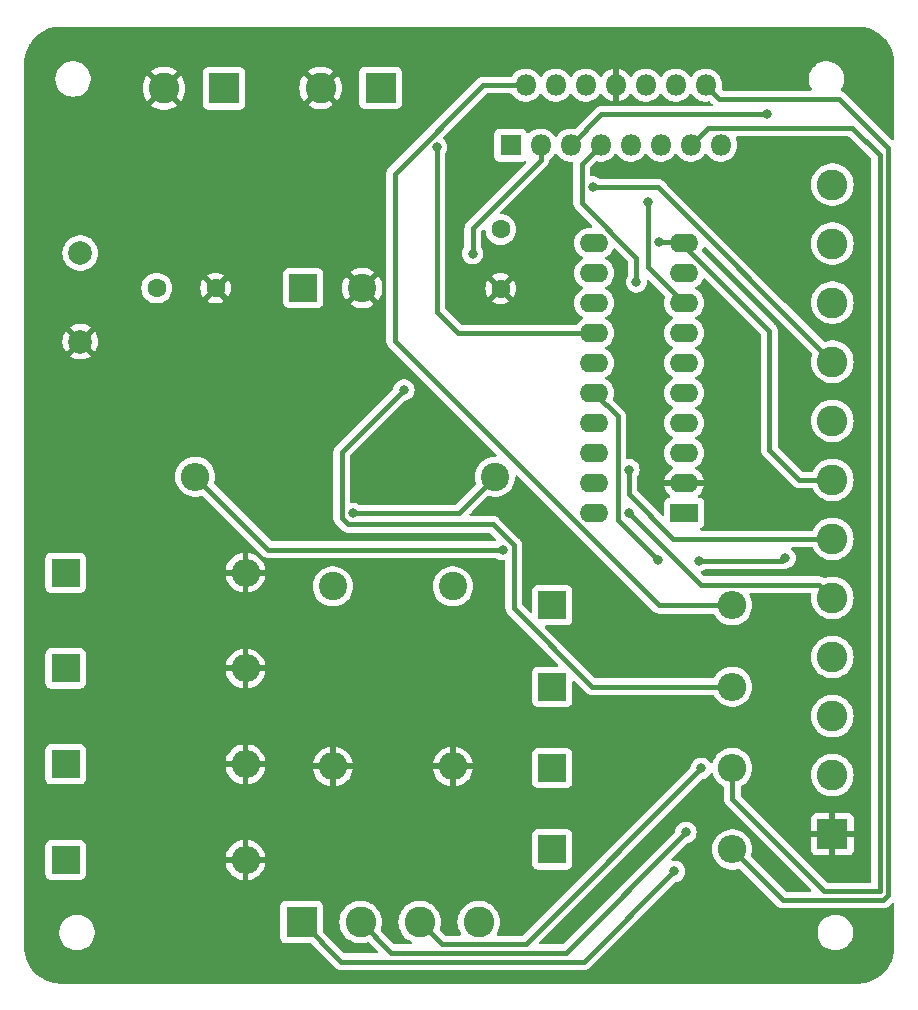
<source format=gbr>
%TF.GenerationSoftware,KiCad,Pcbnew,7.0.2*%
%TF.CreationDate,2023-06-26T18:32:19+02:00*%
%TF.ProjectId,Two_phese_bipolar_stepper_motor,54776f5f-7068-4657-9365-5f6269706f6c,REV1*%
%TF.SameCoordinates,Original*%
%TF.FileFunction,Copper,L2,Bot*%
%TF.FilePolarity,Positive*%
%FSLAX46Y46*%
G04 Gerber Fmt 4.6, Leading zero omitted, Abs format (unit mm)*
G04 Created by KiCad (PCBNEW 7.0.2) date 2023-06-26 18:32:19*
%MOMM*%
%LPD*%
G01*
G04 APERTURE LIST*
%TA.AperFunction,ComponentPad*%
%ADD10R,1.800000X1.800000*%
%TD*%
%TA.AperFunction,ComponentPad*%
%ADD11O,1.800000X1.800000*%
%TD*%
%TA.AperFunction,ComponentPad*%
%ADD12R,2.400000X2.400000*%
%TD*%
%TA.AperFunction,ComponentPad*%
%ADD13C,2.400000*%
%TD*%
%TA.AperFunction,ComponentPad*%
%ADD14O,2.400000X2.400000*%
%TD*%
%TA.AperFunction,ComponentPad*%
%ADD15C,1.600000*%
%TD*%
%TA.AperFunction,ComponentPad*%
%ADD16C,2.000000*%
%TD*%
%TA.AperFunction,ComponentPad*%
%ADD17R,2.600000X2.600000*%
%TD*%
%TA.AperFunction,ComponentPad*%
%ADD18C,2.600000*%
%TD*%
%TA.AperFunction,ComponentPad*%
%ADD19R,2.400000X1.600000*%
%TD*%
%TA.AperFunction,ComponentPad*%
%ADD20O,2.400000X1.600000*%
%TD*%
%TA.AperFunction,ViaPad*%
%ADD21C,0.800000*%
%TD*%
%TA.AperFunction,Conductor*%
%ADD22C,0.400000*%
%TD*%
G04 APERTURE END LIST*
D10*
%TO.P,U2,1,SENSE_A*%
%TO.N,/Rs1*%
X154210000Y-62360000D03*
D11*
%TO.P,U2,2,OUT1*%
%TO.N,Net-(D1-A)*%
X155480000Y-57280000D03*
%TO.P,U2,3,OUT2*%
%TO.N,Net-(D2-A)*%
X156750000Y-62360000D03*
%TO.P,U2,4,Vs*%
%TO.N,VS*%
X158020000Y-57280000D03*
%TO.P,U2,5,IN1*%
%TO.N,Net-(U1-A)*%
X159290000Y-62360000D03*
%TO.P,U2,6,EnA*%
%TO.N,Net-(U1-INH1)*%
X160560000Y-57280000D03*
%TO.P,U2,7,IN2*%
%TO.N,Net-(U1-B)*%
X161830000Y-62360000D03*
%TO.P,U2,8,GND*%
%TO.N,GND*%
X163100000Y-57280000D03*
%TO.P,U2,9,Vss*%
%TO.N,VS*%
X164370000Y-62360000D03*
%TO.P,U2,10,IN3*%
%TO.N,Net-(U1-C)*%
X165640000Y-57280000D03*
%TO.P,U2,11,EnB*%
%TO.N,Net-(U1-INH2)*%
X166910000Y-62360000D03*
%TO.P,U2,12,IN4*%
%TO.N,Net-(U1-D)*%
X168180000Y-57280000D03*
%TO.P,U2,13,OUT3*%
%TO.N,Net-(D3-A)*%
X169450000Y-62360000D03*
%TO.P,U2,14,OUT4*%
%TO.N,Net-(D4-A)*%
X170720000Y-57280000D03*
%TO.P,U2,15,SENSE_B*%
%TO.N,/Rs2*%
X171990000Y-62360000D03*
%TD*%
D12*
%TO.P,C4,1*%
%TO.N,VS*%
X136652000Y-74460000D03*
D13*
%TO.P,C4,2*%
%TO.N,GND*%
X141652000Y-74460000D03*
%TD*%
D12*
%TO.P,D3,1,K*%
%TO.N,VS*%
X157734000Y-115100000D03*
D14*
%TO.P,D3,2,A*%
%TO.N,Net-(D3-A)*%
X172974000Y-115100000D03*
%TD*%
D12*
%TO.P,D4,1,K*%
%TO.N,VS*%
X157734000Y-121990000D03*
D14*
%TO.P,D4,2,A*%
%TO.N,Net-(D4-A)*%
X172974000Y-121990000D03*
%TD*%
D13*
%TO.P,Rs2,1*%
%TO.N,/Rs2*%
X139165000Y-99710000D03*
D14*
%TO.P,Rs2,2*%
%TO.N,GND*%
X139165000Y-114950000D03*
%TD*%
D15*
%TO.P,C3,1*%
%TO.N,VS*%
X124246000Y-74460000D03*
%TO.P,C3,2*%
%TO.N,GND*%
X129246000Y-74460000D03*
%TD*%
D16*
%TO.P,C1,1*%
%TO.N,/OSC*%
X117775000Y-71500000D03*
%TO.P,C1,2*%
%TO.N,GND*%
X117775000Y-79000000D03*
%TD*%
D17*
%TO.P,J1,1,Pin_1*%
%TO.N,VS*%
X143205000Y-57515000D03*
D18*
%TO.P,J1,2,Pin_2*%
%TO.N,GND*%
X138125000Y-57515000D03*
%TD*%
D17*
%TO.P,J4,1,Pin_1*%
%TO.N,Net-(D1-A)*%
X136518000Y-128137000D03*
D18*
%TO.P,J4,2,Pin_2*%
%TO.N,Net-(D2-A)*%
X141518000Y-128137000D03*
%TO.P,J4,3,Pin_3*%
%TO.N,Net-(D3-A)*%
X146518000Y-128137000D03*
%TO.P,J4,4,Pin_4*%
%TO.N,Net-(D4-A)*%
X151518000Y-128137000D03*
%TD*%
D13*
%TO.P,R1,1*%
%TO.N,/OSC*%
X152908000Y-90424000D03*
D14*
%TO.P,R1,2*%
%TO.N,VS*%
X127508000Y-90424000D03*
%TD*%
D12*
%TO.P,D1,1,K*%
%TO.N,VS*%
X157734000Y-101320000D03*
D14*
%TO.P,D1,2,A*%
%TO.N,Net-(D1-A)*%
X172974000Y-101320000D03*
%TD*%
D12*
%TO.P,D8,1,K*%
%TO.N,Net-(D4-A)*%
X116525000Y-98558334D03*
D14*
%TO.P,D8,2,A*%
%TO.N,GND*%
X131765000Y-98558334D03*
%TD*%
D12*
%TO.P,D5,1,K*%
%TO.N,Net-(D1-A)*%
X116525000Y-122883334D03*
D14*
%TO.P,D5,2,A*%
%TO.N,GND*%
X131765000Y-122883334D03*
%TD*%
D12*
%TO.P,D2,1,K*%
%TO.N,VS*%
X157734000Y-108210000D03*
D14*
%TO.P,D2,2,A*%
%TO.N,Net-(D2-A)*%
X172974000Y-108210000D03*
%TD*%
D12*
%TO.P,D7,1,K*%
%TO.N,Net-(D3-A)*%
X116525000Y-106666667D03*
D14*
%TO.P,D7,2,A*%
%TO.N,GND*%
X131765000Y-106666667D03*
%TD*%
D19*
%TO.P,U1,1,SYNC*%
%TO.N,/SYNC*%
X168910000Y-93510000D03*
D20*
%TO.P,U1,2,GND*%
%TO.N,GND*%
X168910000Y-90970000D03*
%TO.P,U1,3,HOME*%
%TO.N,/HOME*%
X168910000Y-88430000D03*
%TO.P,U1,4,A*%
%TO.N,Net-(U1-A)*%
X168910000Y-85890000D03*
%TO.P,U1,5,INH1*%
%TO.N,Net-(U1-INH1)*%
X168910000Y-83350000D03*
%TO.P,U1,6,B*%
%TO.N,Net-(U1-B)*%
X168910000Y-80810000D03*
%TO.P,U1,7,C*%
%TO.N,Net-(U1-C)*%
X168910000Y-78270000D03*
%TO.P,U1,8,INH2*%
%TO.N,Net-(U1-INH2)*%
X168910000Y-75730000D03*
%TO.P,U1,9,D*%
%TO.N,Net-(U1-D)*%
X168910000Y-73190000D03*
%TO.P,U1,10,ENABLE*%
%TO.N,/ENA*%
X168910000Y-70650000D03*
%TO.P,U1,11,CONTROL*%
%TO.N,/CTRL*%
X161290000Y-70650000D03*
%TO.P,U1,12,Vs*%
%TO.N,VS*%
X161290000Y-73190000D03*
%TO.P,U1,13,SENS2*%
%TO.N,/Rs2*%
X161290000Y-75730000D03*
%TO.P,U1,14,SENS1*%
%TO.N,/Rs1*%
X161290000Y-78270000D03*
%TO.P,U1,15,Vref*%
%TO.N,/Vref*%
X161290000Y-80810000D03*
%TO.P,U1,16,OSC*%
%TO.N,/OSC*%
X161290000Y-83350000D03*
%TO.P,U1,17,CW*%
%TO.N,/CW*%
X161290000Y-85890000D03*
%TO.P,U1,18,CLOCK*%
%TO.N,/CLK*%
X161290000Y-88430000D03*
%TO.P,U1,19,HALF*%
%TO.N,/HALF*%
X161290000Y-90970000D03*
%TO.P,U1,20,RESET*%
%TO.N,/RESET*%
X161290000Y-93510000D03*
%TD*%
D12*
%TO.P,D6,1,K*%
%TO.N,Net-(D2-A)*%
X116525000Y-114775000D03*
D14*
%TO.P,D6,2,A*%
%TO.N,GND*%
X131765000Y-114775000D03*
%TD*%
D17*
%TO.P,J2,1,Pin_1*%
%TO.N,VS*%
X129945000Y-57545000D03*
D18*
%TO.P,J2,2,Pin_2*%
%TO.N,GND*%
X124865000Y-57545000D03*
%TD*%
D17*
%TO.P,J3,1,Pin_1*%
%TO.N,GND*%
X181450000Y-120700000D03*
D18*
%TO.P,J3,2,Pin_2*%
%TO.N,/HALF*%
X181450000Y-115700000D03*
%TO.P,J3,3,Pin_3*%
%TO.N,/HOME*%
X181450000Y-110700000D03*
%TO.P,J3,4,Pin_4*%
%TO.N,/Vref*%
X181450000Y-105700000D03*
%TO.P,J3,5,Pin_5*%
%TO.N,/CLK*%
X181450000Y-100700000D03*
%TO.P,J3,6,Pin_6*%
%TO.N,/CW*%
X181450000Y-95700000D03*
%TO.P,J3,7,Pin_7*%
%TO.N,/ENA*%
X181450000Y-90700000D03*
%TO.P,J3,8,Pin_8*%
%TO.N,/RESET*%
X181450000Y-85700000D03*
%TO.P,J3,9,Pin_9*%
%TO.N,/CTRL*%
X181450000Y-80700000D03*
%TO.P,J3,10,Pin_10*%
%TO.N,/OSC*%
X181450000Y-75700000D03*
%TO.P,J3,11,Pin_11*%
%TO.N,/SYNC*%
X181450000Y-70700000D03*
%TO.P,J3,12,Pin_12*%
%TO.N,unconnected-(J3-Pin_12-Pad12)*%
X181450000Y-65700000D03*
%TD*%
D15*
%TO.P,C2,1*%
%TO.N,VS*%
X153375000Y-69500000D03*
%TO.P,C2,2*%
%TO.N,GND*%
X153375000Y-74500000D03*
%TD*%
D13*
%TO.P,Rs1,1*%
%TO.N,/Rs1*%
X149325000Y-99710000D03*
D14*
%TO.P,Rs1,2*%
%TO.N,GND*%
X149325000Y-114950000D03*
%TD*%
D21*
%TO.N,/OSC*%
X140875000Y-93525000D03*
X166700000Y-97525000D03*
X177450000Y-97325000D03*
X170175000Y-97550000D03*
%TO.N,VS*%
X153525000Y-96600000D03*
%TO.N,Net-(D1-A)*%
X168075000Y-123850000D03*
%TO.N,Net-(D2-A)*%
X151000000Y-71550000D03*
X169050000Y-120550000D03*
X145175000Y-83100000D03*
%TO.N,Net-(D3-A)*%
X170350000Y-115125000D03*
%TO.N,/CLK*%
X164225000Y-93500000D03*
%TO.N,/CW*%
X164225000Y-89825000D03*
%TO.N,/ENA*%
X166790602Y-70525000D03*
%TO.N,/CTRL*%
X161175000Y-65900000D03*
%TO.N,/Rs1*%
X147950000Y-62550000D03*
%TO.N,Net-(U1-A)*%
X175889500Y-59750000D03*
%TO.N,Net-(U1-B)*%
X164850000Y-73950000D03*
%TO.N,Net-(U1-INH2)*%
X165841102Y-67166102D03*
%TD*%
D22*
%TO.N,/OSC*%
X149807000Y-93525000D02*
X152908000Y-90424000D01*
X140875000Y-93525000D02*
X149807000Y-93525000D01*
X177450000Y-97325000D02*
X177225000Y-97550000D01*
X177225000Y-97550000D02*
X170175000Y-97550000D01*
X166700000Y-97525000D02*
X163275000Y-94100000D01*
X163275000Y-85335000D02*
X161290000Y-83350000D01*
X163275000Y-94100000D02*
X163275000Y-85335000D01*
%TO.N,GND*%
X153335000Y-74460000D02*
X153375000Y-74500000D01*
X168350000Y-90970000D02*
X168910000Y-90970000D01*
X181450000Y-121250000D02*
X181450000Y-120700000D01*
%TO.N,VS*%
X133684000Y-96600000D02*
X127508000Y-90424000D01*
X153525000Y-96600000D02*
X133684000Y-96600000D01*
%TO.N,Net-(D1-A)*%
X168075000Y-123850000D02*
X160438000Y-131487000D01*
X155480000Y-57280000D02*
X151876497Y-57280000D01*
X144382497Y-78911685D02*
X166790812Y-101320000D01*
X160438000Y-131487000D02*
X139868000Y-131487000D01*
X144382497Y-64774000D02*
X144382497Y-78911685D01*
X151876497Y-57280000D02*
X144382497Y-64774000D01*
X139868000Y-131487000D02*
X136518000Y-128137000D01*
X166790812Y-101320000D02*
X172974000Y-101320000D01*
%TO.N,Net-(D2-A)*%
X144118000Y-130737000D02*
X141518000Y-128137000D01*
X151000000Y-71550000D02*
X151000000Y-69382792D01*
X172974000Y-108210000D02*
X161124000Y-108210000D01*
X154475000Y-96206497D02*
X152743503Y-94475000D01*
X161124000Y-108210000D02*
X154475000Y-101561000D01*
X169050000Y-120550000D02*
X158863000Y-130737000D01*
X151000000Y-69382792D02*
X156750000Y-63632792D01*
X154475000Y-101561000D02*
X154475000Y-96206497D01*
X139900000Y-93893503D02*
X139900000Y-88375000D01*
X158863000Y-130737000D02*
X144118000Y-130737000D01*
X140481497Y-94475000D02*
X139900000Y-93893503D01*
X139900000Y-88375000D02*
X145175000Y-83100000D01*
X156750000Y-63632792D02*
X156750000Y-62360000D01*
X152743503Y-94475000D02*
X140481497Y-94475000D01*
%TO.N,Net-(D3-A)*%
X180785305Y-125525000D02*
X185450000Y-125525000D01*
X172974000Y-115100000D02*
X172974000Y-117713695D01*
X155488000Y-129987000D02*
X148368000Y-129987000D01*
X185450000Y-125525000D02*
X185450000Y-63225000D01*
X172974000Y-117713695D02*
X180785305Y-125525000D01*
X170900000Y-60910000D02*
X169450000Y-62360000D01*
X170350000Y-115125000D02*
X155488000Y-129987000D01*
X183135000Y-60910000D02*
X170900000Y-60910000D01*
X185450000Y-63225000D02*
X183135000Y-60910000D01*
X148368000Y-129987000D02*
X146518000Y-128137000D01*
%TO.N,Net-(D4-A)*%
X172974000Y-121990000D02*
X177259000Y-126275000D01*
X186200000Y-125835660D02*
X186200000Y-62625000D01*
X177259000Y-126275000D02*
X185760660Y-126275000D01*
X186200000Y-62625000D02*
X182025000Y-58450000D01*
X182025000Y-58450000D02*
X171890000Y-58450000D01*
X171890000Y-58450000D02*
X170720000Y-57280000D01*
X185760660Y-126275000D02*
X186200000Y-125835660D01*
%TO.N,/CLK*%
X164225000Y-93500000D02*
X170295000Y-99570000D01*
X180320000Y-99570000D02*
X181450000Y-100700000D01*
X170295000Y-99570000D02*
X180320000Y-99570000D01*
%TO.N,/CW*%
X164225000Y-91925000D02*
X168000000Y-95700000D01*
X164225000Y-89825000D02*
X164225000Y-91925000D01*
X168000000Y-95700000D02*
X181450000Y-95700000D01*
%TO.N,/ENA*%
X166790602Y-70525000D02*
X168554188Y-70525000D01*
X168554188Y-70525000D02*
X176125000Y-78095812D01*
X176125000Y-78095812D02*
X176125000Y-88200000D01*
X178625000Y-90700000D02*
X181450000Y-90700000D01*
X176125000Y-88200000D02*
X178625000Y-90700000D01*
%TO.N,/CTRL*%
X161175000Y-65900000D02*
X166650000Y-65900000D01*
X166650000Y-65900000D02*
X181450000Y-80700000D01*
%TO.N,/Rs1*%
X154210000Y-62360000D02*
X154725000Y-62875000D01*
X149770000Y-78270000D02*
X161290000Y-78270000D01*
X147950000Y-62550000D02*
X147950000Y-76450000D01*
X147950000Y-76450000D02*
X149770000Y-78270000D01*
%TO.N,Net-(U1-A)*%
X175889500Y-59750000D02*
X161900000Y-59750000D01*
X161900000Y-59750000D02*
X159290000Y-62360000D01*
%TO.N,Net-(U1-B)*%
X164850000Y-73950000D02*
X164850000Y-71900812D01*
X164850000Y-71900812D02*
X160225000Y-67275812D01*
X160225000Y-67275812D02*
X160225000Y-63965000D01*
X160225000Y-63965000D02*
X161830000Y-62360000D01*
%TO.N,Net-(U1-INH2)*%
X165841102Y-67166102D02*
X165841102Y-72661102D01*
X165841102Y-72661102D02*
X168910000Y-75730000D01*
%TD*%
%TA.AperFunction,Conductor*%
%TO.N,GND*%
G36*
X183603201Y-52320669D02*
G01*
X183733376Y-52327490D01*
X183923612Y-52338171D01*
X183936028Y-52339499D01*
X184088529Y-52363651D01*
X184254672Y-52391878D01*
X184265989Y-52394350D01*
X184419802Y-52435563D01*
X184430344Y-52438599D01*
X184577979Y-52481131D01*
X184588001Y-52484492D01*
X184737338Y-52541816D01*
X184740292Y-52542994D01*
X184889616Y-52604845D01*
X184898414Y-52608900D01*
X185040520Y-52681306D01*
X185041690Y-52681902D01*
X185045376Y-52683859D01*
X185186016Y-52761587D01*
X185193570Y-52766119D01*
X185328861Y-52853977D01*
X185333069Y-52856835D01*
X185463708Y-52949528D01*
X185469988Y-52954292D01*
X185595536Y-53055958D01*
X185600128Y-53059864D01*
X185719419Y-53166469D01*
X185724473Y-53171248D01*
X185838750Y-53285525D01*
X185843529Y-53290579D01*
X185950134Y-53409870D01*
X185954040Y-53414462D01*
X186055706Y-53540010D01*
X186060470Y-53546290D01*
X186153163Y-53676929D01*
X186156029Y-53681149D01*
X186243879Y-53816428D01*
X186248411Y-53823982D01*
X186326139Y-53964622D01*
X186328096Y-53968308D01*
X186401085Y-54111557D01*
X186405161Y-54120400D01*
X186466992Y-54269677D01*
X186468195Y-54272692D01*
X186525494Y-54421964D01*
X186528884Y-54432075D01*
X186574436Y-54590197D01*
X186615650Y-54744015D01*
X186618119Y-54755321D01*
X186646350Y-54921484D01*
X186670502Y-55073989D01*
X186671831Y-55086411D01*
X186682156Y-55269879D01*
X186689330Y-55406799D01*
X186689500Y-55413286D01*
X186689500Y-55461567D01*
X186689543Y-55461947D01*
X186689543Y-61824524D01*
X186669858Y-61891563D01*
X186617054Y-61937318D01*
X186547896Y-61947262D01*
X186484340Y-61918237D01*
X186477862Y-61912205D01*
X182537940Y-57972283D01*
X182532822Y-57966847D01*
X182492929Y-57921817D01*
X182443432Y-57887651D01*
X182437405Y-57883216D01*
X182390054Y-57846120D01*
X182380813Y-57841961D01*
X182361273Y-57830941D01*
X182352930Y-57825182D01*
X182352927Y-57825181D01*
X182352926Y-57825180D01*
X182296701Y-57803856D01*
X182289783Y-57800991D01*
X182243783Y-57780288D01*
X182190728Y-57734823D01*
X182170676Y-57667893D01*
X182189992Y-57600746D01*
X182196815Y-57591057D01*
X182210474Y-57573509D01*
X182328828Y-57354810D01*
X182409571Y-57119614D01*
X182450500Y-56874335D01*
X182450500Y-56625665D01*
X182409571Y-56380386D01*
X182328828Y-56145190D01*
X182210474Y-55926491D01*
X182210471Y-55926487D01*
X182210470Y-55926485D01*
X182073813Y-55750909D01*
X182057738Y-55730256D01*
X181874785Y-55561836D01*
X181666607Y-55425827D01*
X181666604Y-55425825D01*
X181541523Y-55370960D01*
X181438881Y-55325937D01*
X181258866Y-55280351D01*
X181197822Y-55264892D01*
X181163854Y-55262077D01*
X181012067Y-55249500D01*
X180887933Y-55249500D01*
X180770111Y-55259262D01*
X180702177Y-55264892D01*
X180580087Y-55295810D01*
X180461119Y-55325937D01*
X180461116Y-55325938D01*
X180461117Y-55325938D01*
X180233395Y-55425825D01*
X180094607Y-55516499D01*
X180025215Y-55561836D01*
X179858835Y-55715000D01*
X179842259Y-55730259D01*
X179689529Y-55926485D01*
X179618513Y-56057710D01*
X179575325Y-56137517D01*
X179571170Y-56145194D01*
X179490429Y-56380384D01*
X179455850Y-56587608D01*
X179449500Y-56625665D01*
X179449500Y-56874335D01*
X179460603Y-56940874D01*
X179490429Y-57119615D01*
X179570169Y-57351889D01*
X179571172Y-57354810D01*
X179685724Y-57566484D01*
X179700319Y-57634811D01*
X179675656Y-57700183D01*
X179619566Y-57741844D01*
X179576669Y-57749500D01*
X172231519Y-57749500D01*
X172164480Y-57729815D01*
X172143838Y-57713181D01*
X172122780Y-57692123D01*
X172089295Y-57630800D01*
X172090255Y-57574004D01*
X172106134Y-57511305D01*
X172125300Y-57280000D01*
X172106134Y-57048695D01*
X172049157Y-56823700D01*
X171955924Y-56611151D01*
X171828979Y-56416847D01*
X171671784Y-56246087D01*
X171488626Y-56103530D01*
X171284503Y-55993064D01*
X171284499Y-55993062D01*
X171284498Y-55993062D01*
X171064984Y-55917702D01*
X170883715Y-55887454D01*
X170836049Y-55879500D01*
X170603951Y-55879500D01*
X170558164Y-55887140D01*
X170375015Y-55917702D01*
X170155501Y-55993062D01*
X170155497Y-55993063D01*
X170155497Y-55993064D01*
X170137749Y-56002669D01*
X169951372Y-56103531D01*
X169768215Y-56246087D01*
X169611018Y-56416849D01*
X169553808Y-56504417D01*
X169500662Y-56549773D01*
X169431431Y-56559197D01*
X169368095Y-56529695D01*
X169346192Y-56504417D01*
X169288981Y-56416849D01*
X169131784Y-56246087D01*
X169030336Y-56167127D01*
X168948626Y-56103530D01*
X168744503Y-55993064D01*
X168744499Y-55993062D01*
X168744498Y-55993062D01*
X168524984Y-55917702D01*
X168343715Y-55887454D01*
X168296049Y-55879500D01*
X168063951Y-55879500D01*
X168018164Y-55887140D01*
X167835015Y-55917702D01*
X167615501Y-55993062D01*
X167615497Y-55993063D01*
X167615497Y-55993064D01*
X167597749Y-56002669D01*
X167411372Y-56103531D01*
X167228215Y-56246087D01*
X167071018Y-56416849D01*
X167013808Y-56504417D01*
X166960662Y-56549773D01*
X166891431Y-56559197D01*
X166828095Y-56529695D01*
X166806192Y-56504417D01*
X166748981Y-56416849D01*
X166591784Y-56246087D01*
X166490336Y-56167127D01*
X166408626Y-56103530D01*
X166204503Y-55993064D01*
X166204499Y-55993062D01*
X166204498Y-55993062D01*
X165984984Y-55917702D01*
X165803715Y-55887454D01*
X165756049Y-55879500D01*
X165523951Y-55879500D01*
X165478164Y-55887140D01*
X165295015Y-55917702D01*
X165075501Y-55993062D01*
X165075497Y-55993063D01*
X165075497Y-55993064D01*
X165057749Y-56002669D01*
X164871372Y-56103531D01*
X164688215Y-56246087D01*
X164531018Y-56416850D01*
X164473509Y-56504874D01*
X164420363Y-56550231D01*
X164351131Y-56559654D01*
X164287796Y-56530152D01*
X164265892Y-56504874D01*
X164208581Y-56417154D01*
X164051443Y-56246456D01*
X163868353Y-56103951D01*
X163664296Y-55993521D01*
X163444860Y-55918188D01*
X163350000Y-55902358D01*
X163350000Y-56844498D01*
X163242315Y-56795320D01*
X163135763Y-56780000D01*
X163064237Y-56780000D01*
X162957685Y-56795320D01*
X162850000Y-56844498D01*
X162850000Y-55902359D01*
X162849999Y-55902358D01*
X162755139Y-55918188D01*
X162535703Y-55993521D01*
X162331646Y-56103951D01*
X162148556Y-56246456D01*
X161991414Y-56417158D01*
X161934106Y-56504874D01*
X161880959Y-56550231D01*
X161811728Y-56559654D01*
X161748393Y-56530151D01*
X161726489Y-56504873D01*
X161697726Y-56460848D01*
X161668979Y-56416847D01*
X161511784Y-56246087D01*
X161328626Y-56103530D01*
X161124503Y-55993064D01*
X161124499Y-55993062D01*
X161124498Y-55993062D01*
X160904984Y-55917702D01*
X160723715Y-55887454D01*
X160676049Y-55879500D01*
X160443951Y-55879500D01*
X160398164Y-55887140D01*
X160215015Y-55917702D01*
X159995501Y-55993062D01*
X159995497Y-55993063D01*
X159995497Y-55993064D01*
X159977749Y-56002669D01*
X159791372Y-56103531D01*
X159608215Y-56246087D01*
X159451018Y-56416849D01*
X159393808Y-56504417D01*
X159340662Y-56549773D01*
X159271431Y-56559197D01*
X159208095Y-56529695D01*
X159186192Y-56504417D01*
X159128981Y-56416849D01*
X158971784Y-56246087D01*
X158870336Y-56167127D01*
X158788626Y-56103530D01*
X158584503Y-55993064D01*
X158584499Y-55993062D01*
X158584498Y-55993062D01*
X158364984Y-55917702D01*
X158183715Y-55887454D01*
X158136049Y-55879500D01*
X157903951Y-55879500D01*
X157858164Y-55887140D01*
X157675015Y-55917702D01*
X157455501Y-55993062D01*
X157455497Y-55993063D01*
X157455497Y-55993064D01*
X157437749Y-56002669D01*
X157251372Y-56103531D01*
X157068215Y-56246087D01*
X156911018Y-56416849D01*
X156853808Y-56504417D01*
X156800662Y-56549773D01*
X156731431Y-56559197D01*
X156668095Y-56529695D01*
X156646192Y-56504417D01*
X156588981Y-56416849D01*
X156431784Y-56246087D01*
X156330336Y-56167127D01*
X156248626Y-56103530D01*
X156044503Y-55993064D01*
X156044499Y-55993062D01*
X156044498Y-55993062D01*
X155824984Y-55917702D01*
X155643715Y-55887454D01*
X155596049Y-55879500D01*
X155363951Y-55879500D01*
X155318164Y-55887140D01*
X155135015Y-55917702D01*
X154915501Y-55993062D01*
X154915497Y-55993063D01*
X154915497Y-55993064D01*
X154897749Y-56002669D01*
X154711372Y-56103531D01*
X154528215Y-56246087D01*
X154382590Y-56404279D01*
X154371021Y-56416847D01*
X154301458Y-56523322D01*
X154248311Y-56568678D01*
X154197649Y-56579500D01*
X151901406Y-56579500D01*
X151893919Y-56579274D01*
X151833888Y-56575642D01*
X151774739Y-56586481D01*
X151767340Y-56587608D01*
X151707619Y-56594860D01*
X151698138Y-56598456D01*
X151676533Y-56604479D01*
X151666566Y-56606305D01*
X151611731Y-56630984D01*
X151604815Y-56633848D01*
X151548566Y-56655181D01*
X151540222Y-56660941D01*
X151520680Y-56671963D01*
X151511441Y-56676121D01*
X151464091Y-56713216D01*
X151458063Y-56717652D01*
X151408564Y-56751819D01*
X151368680Y-56796838D01*
X151363548Y-56802290D01*
X143904787Y-64261051D01*
X143899335Y-64266183D01*
X143854313Y-64306070D01*
X143820146Y-64355568D01*
X143815710Y-64361597D01*
X143778618Y-64408942D01*
X143774458Y-64418186D01*
X143763438Y-64437725D01*
X143757679Y-64446069D01*
X143736350Y-64502305D01*
X143733486Y-64509219D01*
X143708800Y-64564070D01*
X143706972Y-64574047D01*
X143700951Y-64595648D01*
X143697356Y-64605128D01*
X143690106Y-64664827D01*
X143688980Y-64672226D01*
X143678138Y-64731390D01*
X143681771Y-64791433D01*
X143681997Y-64798920D01*
X143681997Y-78886764D01*
X143681771Y-78894251D01*
X143678138Y-78954292D01*
X143688980Y-79013456D01*
X143690107Y-79020857D01*
X143697357Y-79080558D01*
X143700947Y-79090024D01*
X143706972Y-79111637D01*
X143708800Y-79121614D01*
X143733488Y-79176468D01*
X143736353Y-79183386D01*
X143746388Y-79209844D01*
X143757679Y-79239615D01*
X143763438Y-79247958D01*
X143774458Y-79267498D01*
X143778617Y-79276739D01*
X143815713Y-79324090D01*
X143820148Y-79330117D01*
X143854314Y-79379614D01*
X143899344Y-79419507D01*
X143904780Y-79424625D01*
X152991974Y-88511819D01*
X153025459Y-88573142D01*
X153020475Y-88642834D01*
X152978603Y-88698767D01*
X152913139Y-88723184D01*
X152904293Y-88723500D01*
X152780565Y-88723500D01*
X152528542Y-88761487D01*
X152284996Y-88836611D01*
X152055366Y-88947195D01*
X152030929Y-88963856D01*
X151844781Y-89090769D01*
X151657949Y-89264122D01*
X151657950Y-89264123D01*
X151525631Y-89430046D01*
X151499038Y-89463392D01*
X151371608Y-89684108D01*
X151278492Y-89921362D01*
X151221777Y-90169845D01*
X151202731Y-90423999D01*
X151221777Y-90678154D01*
X151278492Y-90926639D01*
X151287223Y-90948885D01*
X151293390Y-91018482D01*
X151260951Y-91080365D01*
X151259475Y-91081866D01*
X149553162Y-92788181D01*
X149491839Y-92821666D01*
X149465481Y-92824500D01*
X141483156Y-92824500D01*
X141416117Y-92804815D01*
X141410270Y-92800818D01*
X141327727Y-92740847D01*
X141154802Y-92663855D01*
X140969648Y-92624500D01*
X140969646Y-92624500D01*
X140780354Y-92624500D01*
X140750279Y-92630892D01*
X140680612Y-92625574D01*
X140624879Y-92583436D01*
X140600775Y-92517856D01*
X140600500Y-92509601D01*
X140600500Y-88716518D01*
X140620185Y-88649479D01*
X140636819Y-88628837D01*
X142929160Y-86336496D01*
X145237973Y-84027682D01*
X145299294Y-83994199D01*
X145299516Y-83994150D01*
X145454803Y-83961144D01*
X145627730Y-83884151D01*
X145748376Y-83796497D01*
X145780870Y-83772889D01*
X145907533Y-83632216D01*
X146002179Y-83468284D01*
X146040612Y-83349999D01*
X146060674Y-83288256D01*
X146080460Y-83100000D01*
X146060674Y-82911744D01*
X146002179Y-82731716D01*
X146002179Y-82731715D01*
X145907533Y-82567783D01*
X145780870Y-82427110D01*
X145627730Y-82315848D01*
X145454802Y-82238855D01*
X145269648Y-82199500D01*
X145269646Y-82199500D01*
X145080354Y-82199500D01*
X145080352Y-82199500D01*
X144895197Y-82238855D01*
X144722269Y-82315848D01*
X144569129Y-82427110D01*
X144442466Y-82567783D01*
X144347820Y-82731715D01*
X144289325Y-82911746D01*
X144284134Y-82961130D01*
X144257549Y-83025744D01*
X144248495Y-83035847D01*
X139422290Y-87862051D01*
X139416838Y-87867183D01*
X139371816Y-87907070D01*
X139337649Y-87956568D01*
X139333213Y-87962597D01*
X139296121Y-88009942D01*
X139291961Y-88019186D01*
X139280941Y-88038725D01*
X139275182Y-88047069D01*
X139253853Y-88103305D01*
X139250989Y-88110219D01*
X139226303Y-88165070D01*
X139224475Y-88175047D01*
X139218454Y-88196648D01*
X139214859Y-88206128D01*
X139207609Y-88265827D01*
X139206483Y-88273226D01*
X139195641Y-88332390D01*
X139199274Y-88392433D01*
X139199500Y-88399920D01*
X139199500Y-93868582D01*
X139199274Y-93876069D01*
X139195641Y-93936110D01*
X139206483Y-93995274D01*
X139207610Y-94002675D01*
X139214860Y-94062376D01*
X139218450Y-94071842D01*
X139224475Y-94093455D01*
X139226303Y-94103432D01*
X139250991Y-94158286D01*
X139253856Y-94165204D01*
X139275180Y-94221429D01*
X139275182Y-94221433D01*
X139280941Y-94229776D01*
X139291961Y-94249316D01*
X139296120Y-94258557D01*
X139333216Y-94305908D01*
X139337654Y-94311939D01*
X139367066Y-94354550D01*
X139371817Y-94361432D01*
X139416847Y-94401325D01*
X139422283Y-94406443D01*
X139968555Y-94952715D01*
X139973675Y-94958153D01*
X140013568Y-95003183D01*
X140063074Y-95037355D01*
X140069094Y-95041785D01*
X140116438Y-95078877D01*
X140116439Y-95078877D01*
X140116440Y-95078878D01*
X140125681Y-95083037D01*
X140145227Y-95094061D01*
X140153567Y-95099818D01*
X140209810Y-95121147D01*
X140216714Y-95124007D01*
X140271566Y-95148695D01*
X140281541Y-95150522D01*
X140303153Y-95156547D01*
X140312625Y-95160140D01*
X140372338Y-95167390D01*
X140379682Y-95168507D01*
X140438891Y-95179358D01*
X140495599Y-95175927D01*
X140498931Y-95175726D01*
X140506418Y-95175500D01*
X152401984Y-95175500D01*
X152469023Y-95195185D01*
X152489665Y-95211819D01*
X152965665Y-95687819D01*
X152999150Y-95749142D01*
X152994166Y-95818834D01*
X152952294Y-95874767D01*
X152886830Y-95899184D01*
X152877984Y-95899500D01*
X134025519Y-95899500D01*
X133958480Y-95879815D01*
X133937838Y-95863181D01*
X129156523Y-91081866D01*
X129123038Y-91020543D01*
X129128022Y-90950851D01*
X129128744Y-90948964D01*
X129137508Y-90926637D01*
X129194222Y-90678157D01*
X129213268Y-90424000D01*
X129194222Y-90169843D01*
X129137508Y-89921363D01*
X129044393Y-89684112D01*
X129028589Y-89656739D01*
X128955182Y-89529593D01*
X128916959Y-89463388D01*
X128758050Y-89264123D01*
X128571217Y-89090768D01*
X128360634Y-88947195D01*
X128131004Y-88836611D01*
X127887458Y-88761487D01*
X127635435Y-88723500D01*
X127380565Y-88723500D01*
X127128542Y-88761487D01*
X126884996Y-88836611D01*
X126655366Y-88947195D01*
X126630929Y-88963856D01*
X126444781Y-89090769D01*
X126257950Y-89264122D01*
X126257950Y-89264123D01*
X126125631Y-89430046D01*
X126099038Y-89463392D01*
X125971608Y-89684108D01*
X125878492Y-89921362D01*
X125821777Y-90169845D01*
X125802731Y-90424000D01*
X125821777Y-90678154D01*
X125878492Y-90926637D01*
X125971608Y-91163891D01*
X126097272Y-91381548D01*
X126099041Y-91384612D01*
X126257950Y-91583877D01*
X126444783Y-91757232D01*
X126655366Y-91900805D01*
X126884996Y-92011389D01*
X127128542Y-92086513D01*
X127380565Y-92124500D01*
X127635435Y-92124500D01*
X127887458Y-92086513D01*
X128039528Y-92039604D01*
X128109390Y-92038655D01*
X128163758Y-92070415D01*
X133171058Y-97077715D01*
X133176178Y-97083153D01*
X133216071Y-97128183D01*
X133265577Y-97162355D01*
X133271597Y-97166785D01*
X133318941Y-97203877D01*
X133318942Y-97203877D01*
X133318943Y-97203878D01*
X133328184Y-97208037D01*
X133347730Y-97219061D01*
X133356070Y-97224818D01*
X133412313Y-97246147D01*
X133419217Y-97249007D01*
X133474069Y-97273695D01*
X133484044Y-97275522D01*
X133505656Y-97281547D01*
X133515128Y-97285140D01*
X133574841Y-97292390D01*
X133582185Y-97293507D01*
X133641394Y-97304358D01*
X133698102Y-97300927D01*
X133701434Y-97300726D01*
X133708921Y-97300500D01*
X152916844Y-97300500D01*
X152983883Y-97320185D01*
X152989722Y-97324176D01*
X153072270Y-97384151D01*
X153072271Y-97384151D01*
X153072272Y-97384152D01*
X153245197Y-97461144D01*
X153430352Y-97500500D01*
X153430354Y-97500500D01*
X153619647Y-97500500D01*
X153624719Y-97499422D01*
X153694386Y-97504738D01*
X153750120Y-97546875D01*
X153774225Y-97612455D01*
X153774500Y-97620712D01*
X153774500Y-101536079D01*
X153774274Y-101543566D01*
X153770641Y-101603607D01*
X153781483Y-101662771D01*
X153782610Y-101670172D01*
X153789860Y-101729873D01*
X153793450Y-101739339D01*
X153799475Y-101760952D01*
X153801303Y-101770929D01*
X153825991Y-101825783D01*
X153828856Y-101832701D01*
X153849368Y-101886785D01*
X153850182Y-101888930D01*
X153855941Y-101897273D01*
X153866961Y-101916813D01*
X153871120Y-101926054D01*
X153908216Y-101973405D01*
X153912651Y-101979432D01*
X153946817Y-102028929D01*
X153991847Y-102068822D01*
X153997283Y-102073940D01*
X158221162Y-106297819D01*
X158254647Y-106359142D01*
X158249663Y-106428834D01*
X158207791Y-106484767D01*
X158142327Y-106509184D01*
X158133481Y-106509500D01*
X156489439Y-106509500D01*
X156489420Y-106509500D01*
X156486128Y-106509501D01*
X156482848Y-106509853D01*
X156482840Y-106509854D01*
X156426515Y-106515909D01*
X156291669Y-106566204D01*
X156176454Y-106652454D01*
X156090204Y-106767668D01*
X156049513Y-106876768D01*
X156039909Y-106902517D01*
X156033500Y-106962127D01*
X156033500Y-106965448D01*
X156033500Y-106965449D01*
X156033500Y-109454560D01*
X156033500Y-109454578D01*
X156033501Y-109457872D01*
X156033853Y-109461152D01*
X156033854Y-109461159D01*
X156039909Y-109517483D01*
X156090204Y-109652331D01*
X156176454Y-109767546D01*
X156291669Y-109853796D01*
X156426517Y-109904091D01*
X156486127Y-109910500D01*
X158981872Y-109910499D01*
X159041483Y-109904091D01*
X159176331Y-109853796D01*
X159291546Y-109767546D01*
X159377796Y-109652331D01*
X159428091Y-109517483D01*
X159434500Y-109457873D01*
X159434499Y-107810517D01*
X159454184Y-107743479D01*
X159506987Y-107697724D01*
X159576146Y-107687780D01*
X159639702Y-107716805D01*
X159646180Y-107722837D01*
X160611058Y-108687715D01*
X160616178Y-108693153D01*
X160656071Y-108738183D01*
X160705577Y-108772355D01*
X160711597Y-108776785D01*
X160758941Y-108813877D01*
X160758942Y-108813877D01*
X160758943Y-108813878D01*
X160768184Y-108818037D01*
X160787730Y-108829061D01*
X160796070Y-108834818D01*
X160852322Y-108856151D01*
X160859218Y-108859009D01*
X160914068Y-108883695D01*
X160924035Y-108885521D01*
X160945651Y-108891546D01*
X160955128Y-108895140D01*
X161014840Y-108902390D01*
X161022185Y-108903507D01*
X161081394Y-108914358D01*
X161138102Y-108910927D01*
X161141434Y-108910726D01*
X161148921Y-108910500D01*
X171343275Y-108910500D01*
X171410314Y-108930185D01*
X171450661Y-108972499D01*
X171565041Y-109170612D01*
X171723950Y-109369877D01*
X171910783Y-109543232D01*
X172121366Y-109686805D01*
X172350996Y-109797389D01*
X172594542Y-109872513D01*
X172846565Y-109910500D01*
X173101435Y-109910500D01*
X173353458Y-109872513D01*
X173597004Y-109797389D01*
X173826634Y-109686805D01*
X174037217Y-109543232D01*
X174224050Y-109369877D01*
X174382959Y-109170612D01*
X174510393Y-108949888D01*
X174603508Y-108712637D01*
X174660222Y-108464157D01*
X174679268Y-108210000D01*
X174660222Y-107955843D01*
X174603508Y-107707363D01*
X174510393Y-107470112D01*
X174382959Y-107249388D01*
X174224050Y-107050123D01*
X174037217Y-106876768D01*
X173826634Y-106733195D01*
X173597004Y-106622611D01*
X173353458Y-106547487D01*
X173101435Y-106509500D01*
X172846565Y-106509500D01*
X172594542Y-106547487D01*
X172350996Y-106622611D01*
X172121366Y-106733195D01*
X172070802Y-106767669D01*
X171910781Y-106876769D01*
X171723950Y-107050123D01*
X171565040Y-107249389D01*
X171450662Y-107447500D01*
X171400095Y-107495715D01*
X171343275Y-107509500D01*
X161465519Y-107509500D01*
X161398480Y-107489815D01*
X161377838Y-107473181D01*
X159604656Y-105699999D01*
X179644450Y-105699999D01*
X179664616Y-105969100D01*
X179664617Y-105969103D01*
X179724666Y-106232195D01*
X179823257Y-106483398D01*
X179958185Y-106717102D01*
X180126439Y-106928085D01*
X180324259Y-107111635D01*
X180547226Y-107263651D01*
X180790359Y-107380738D01*
X181048228Y-107460280D01*
X181315071Y-107500500D01*
X181584929Y-107500500D01*
X181851772Y-107460280D01*
X182109641Y-107380738D01*
X182352775Y-107263651D01*
X182575741Y-107111635D01*
X182773561Y-106928085D01*
X182941815Y-106717102D01*
X183076743Y-106483398D01*
X183175334Y-106232195D01*
X183235383Y-105969103D01*
X183255549Y-105700000D01*
X183235383Y-105430897D01*
X183175334Y-105167805D01*
X183076743Y-104916602D01*
X182941815Y-104682898D01*
X182773561Y-104471915D01*
X182773560Y-104471914D01*
X182575743Y-104288366D01*
X182518205Y-104249137D01*
X182352775Y-104136349D01*
X182109641Y-104019262D01*
X182030097Y-103994726D01*
X181851771Y-103939719D01*
X181584929Y-103899500D01*
X181315071Y-103899500D01*
X181048228Y-103939719D01*
X180790359Y-104019262D01*
X180547228Y-104136347D01*
X180324257Y-104288366D01*
X180126439Y-104471915D01*
X179958184Y-104682899D01*
X179823257Y-104916601D01*
X179724666Y-105167804D01*
X179664616Y-105430899D01*
X179644450Y-105699999D01*
X159604656Y-105699999D01*
X157136837Y-103232180D01*
X157103352Y-103170857D01*
X157108336Y-103101165D01*
X157150208Y-103045232D01*
X157215672Y-103020815D01*
X157224518Y-103020499D01*
X158978561Y-103020499D01*
X158981872Y-103020499D01*
X159041483Y-103014091D01*
X159176331Y-102963796D01*
X159291546Y-102877546D01*
X159377796Y-102762331D01*
X159428091Y-102627483D01*
X159434500Y-102567873D01*
X159434499Y-100072128D01*
X159428091Y-100012517D01*
X159377796Y-99877669D01*
X159291546Y-99762454D01*
X159176331Y-99676204D01*
X159041483Y-99625909D01*
X158981873Y-99619500D01*
X158978550Y-99619500D01*
X156489439Y-99619500D01*
X156489420Y-99619500D01*
X156486128Y-99619501D01*
X156482848Y-99619853D01*
X156482840Y-99619854D01*
X156426515Y-99625909D01*
X156291669Y-99676204D01*
X156176454Y-99762454D01*
X156090204Y-99877668D01*
X156039910Y-100012515D01*
X156039909Y-100012517D01*
X156033500Y-100072127D01*
X156033500Y-100075448D01*
X156033500Y-100075449D01*
X156033500Y-101829480D01*
X156013815Y-101896519D01*
X155961011Y-101942274D01*
X155891853Y-101952218D01*
X155828297Y-101923193D01*
X155821819Y-101917161D01*
X155211819Y-101307162D01*
X155178334Y-101245839D01*
X155175500Y-101219481D01*
X155175500Y-96231416D01*
X155175726Y-96223929D01*
X155179358Y-96163891D01*
X155168507Y-96104682D01*
X155167390Y-96097338D01*
X155160140Y-96037625D01*
X155156547Y-96028153D01*
X155150522Y-96006541D01*
X155148695Y-95996566D01*
X155124009Y-95941717D01*
X155121152Y-95934823D01*
X155099818Y-95878567D01*
X155094053Y-95870216D01*
X155083036Y-95850680D01*
X155078878Y-95841441D01*
X155041788Y-95794100D01*
X155037352Y-95788071D01*
X155003183Y-95738568D01*
X154958145Y-95698668D01*
X154952707Y-95693548D01*
X153256443Y-93997283D01*
X153251325Y-93991847D01*
X153211432Y-93946817D01*
X153201150Y-93939720D01*
X153161939Y-93912654D01*
X153155908Y-93908216D01*
X153108557Y-93871120D01*
X153099316Y-93866961D01*
X153079776Y-93855941D01*
X153071433Y-93850182D01*
X153071430Y-93850181D01*
X153071429Y-93850180D01*
X153015204Y-93828856D01*
X153008286Y-93825991D01*
X152953432Y-93801303D01*
X152943455Y-93799475D01*
X152921842Y-93793450D01*
X152912376Y-93789860D01*
X152852675Y-93782610D01*
X152845274Y-93781483D01*
X152786110Y-93770641D01*
X152726069Y-93774274D01*
X152718582Y-93774500D01*
X150847519Y-93774500D01*
X150780480Y-93754815D01*
X150734725Y-93702011D01*
X150724781Y-93632853D01*
X150753806Y-93569297D01*
X150759838Y-93562819D01*
X150916119Y-93406536D01*
X152252242Y-92070413D01*
X152313563Y-92036930D01*
X152376470Y-92039604D01*
X152528542Y-92086513D01*
X152780565Y-92124500D01*
X153035435Y-92124500D01*
X153287458Y-92086513D01*
X153531004Y-92011389D01*
X153760634Y-91900805D01*
X153971217Y-91757232D01*
X154158050Y-91583877D01*
X154316959Y-91384612D01*
X154444393Y-91163888D01*
X154537508Y-90926637D01*
X154594222Y-90678157D01*
X154613268Y-90424000D01*
X154613267Y-90423997D01*
X154613347Y-90422941D01*
X154637986Y-90357560D01*
X154694061Y-90315879D01*
X154763769Y-90311131D01*
X154824681Y-90344526D01*
X166277870Y-101797715D01*
X166282990Y-101803153D01*
X166322883Y-101848183D01*
X166372389Y-101882355D01*
X166378409Y-101886785D01*
X166425753Y-101923877D01*
X166425754Y-101923877D01*
X166425755Y-101923878D01*
X166434996Y-101928037D01*
X166454542Y-101939061D01*
X166462882Y-101944818D01*
X166519134Y-101966151D01*
X166526030Y-101969009D01*
X166580880Y-101993695D01*
X166590847Y-101995521D01*
X166612463Y-102001546D01*
X166621940Y-102005140D01*
X166681652Y-102012390D01*
X166688997Y-102013507D01*
X166748206Y-102024358D01*
X166804914Y-102020927D01*
X166808246Y-102020726D01*
X166815733Y-102020500D01*
X171343275Y-102020500D01*
X171410314Y-102040185D01*
X171450661Y-102082499D01*
X171565041Y-102280612D01*
X171723950Y-102479877D01*
X171910783Y-102653232D01*
X172121366Y-102796805D01*
X172350996Y-102907389D01*
X172594542Y-102982513D01*
X172846565Y-103020500D01*
X173101435Y-103020500D01*
X173353458Y-102982513D01*
X173597004Y-102907389D01*
X173826634Y-102796805D01*
X174037217Y-102653232D01*
X174224050Y-102479877D01*
X174382959Y-102280612D01*
X174510393Y-102059888D01*
X174603508Y-101822637D01*
X174660222Y-101574157D01*
X174679268Y-101320000D01*
X174660222Y-101065843D01*
X174603508Y-100817363D01*
X174510393Y-100580112D01*
X174497338Y-100557500D01*
X174439026Y-100456499D01*
X174422553Y-100388599D01*
X174445406Y-100322572D01*
X174500327Y-100279382D01*
X174546413Y-100270500D01*
X179545735Y-100270500D01*
X179612774Y-100290185D01*
X179658529Y-100342989D01*
X179668473Y-100412147D01*
X179666627Y-100422090D01*
X179664616Y-100430900D01*
X179644450Y-100700000D01*
X179664616Y-100969100D01*
X179664617Y-100969103D01*
X179724666Y-101232195D01*
X179823257Y-101483398D01*
X179958185Y-101717102D01*
X180126439Y-101928085D01*
X180324259Y-102111635D01*
X180547226Y-102263651D01*
X180790359Y-102380738D01*
X181048228Y-102460280D01*
X181315071Y-102500500D01*
X181584929Y-102500500D01*
X181851772Y-102460280D01*
X182109641Y-102380738D01*
X182352775Y-102263651D01*
X182575741Y-102111635D01*
X182773561Y-101928085D01*
X182941815Y-101717102D01*
X183076743Y-101483398D01*
X183175334Y-101232195D01*
X183235383Y-100969103D01*
X183255549Y-100700000D01*
X183235383Y-100430897D01*
X183175334Y-100167805D01*
X183076743Y-99916602D01*
X182941815Y-99682898D01*
X182773561Y-99471915D01*
X182756242Y-99455845D01*
X182575743Y-99288366D01*
X182456933Y-99207363D01*
X182352775Y-99136349D01*
X182109641Y-99019262D01*
X182002648Y-98986259D01*
X181851771Y-98939719D01*
X181584929Y-98899500D01*
X181315071Y-98899500D01*
X181048226Y-98939720D01*
X180825442Y-99008439D01*
X180755579Y-99009389D01*
X180712421Y-98987560D01*
X180690150Y-98970112D01*
X180685057Y-98966122D01*
X180685055Y-98966121D01*
X180685054Y-98966120D01*
X180675813Y-98961961D01*
X180656273Y-98950941D01*
X180647930Y-98945182D01*
X180647927Y-98945181D01*
X180647926Y-98945180D01*
X180591701Y-98923856D01*
X180584783Y-98920991D01*
X180529929Y-98896303D01*
X180519952Y-98894475D01*
X180498339Y-98888450D01*
X180488873Y-98884860D01*
X180429172Y-98877610D01*
X180421771Y-98876483D01*
X180362607Y-98865641D01*
X180302566Y-98869274D01*
X180295079Y-98869500D01*
X170636519Y-98869500D01*
X170569480Y-98849815D01*
X170548838Y-98833181D01*
X170345787Y-98630130D01*
X170312302Y-98568807D01*
X170317286Y-98499115D01*
X170359158Y-98443182D01*
X170407685Y-98421158D01*
X170454803Y-98411144D01*
X170454804Y-98411143D01*
X170454806Y-98411143D01*
X170541266Y-98372647D01*
X170627730Y-98334151D01*
X170710270Y-98274181D01*
X170776077Y-98250702D01*
X170783156Y-98250500D01*
X177200079Y-98250500D01*
X177207566Y-98250726D01*
X177210706Y-98250915D01*
X177267606Y-98254358D01*
X177326782Y-98243513D01*
X177334181Y-98242387D01*
X177393872Y-98235140D01*
X177397048Y-98233935D01*
X177398041Y-98233559D01*
X177442014Y-98225500D01*
X177544648Y-98225500D01*
X177674551Y-98197888D01*
X177729803Y-98186144D01*
X177902730Y-98109151D01*
X177987604Y-98047487D01*
X178055870Y-97997889D01*
X178182533Y-97857216D01*
X178277179Y-97693284D01*
X178335674Y-97513256D01*
X178355460Y-97325000D01*
X178335674Y-97136744D01*
X178277179Y-96956716D01*
X178277179Y-96956715D01*
X178182533Y-96792783D01*
X178055870Y-96652110D01*
X178018305Y-96624818D01*
X177975639Y-96569488D01*
X177969660Y-96499875D01*
X178002266Y-96438080D01*
X178063104Y-96403723D01*
X178091190Y-96400500D01*
X179706180Y-96400500D01*
X179773219Y-96420185D01*
X179818974Y-96472989D01*
X179821609Y-96479200D01*
X179823256Y-96483398D01*
X179893869Y-96605703D01*
X179958185Y-96717102D01*
X180126439Y-96928085D01*
X180324259Y-97111635D01*
X180547226Y-97263651D01*
X180790359Y-97380738D01*
X181048228Y-97460280D01*
X181315071Y-97500500D01*
X181584929Y-97500500D01*
X181851772Y-97460280D01*
X182109641Y-97380738D01*
X182352775Y-97263651D01*
X182575741Y-97111635D01*
X182773561Y-96928085D01*
X182941815Y-96717102D01*
X183076743Y-96483398D01*
X183175334Y-96232195D01*
X183235383Y-95969103D01*
X183255549Y-95700000D01*
X183235383Y-95430897D01*
X183175334Y-95167805D01*
X183076743Y-94916602D01*
X182941815Y-94682898D01*
X182773561Y-94471915D01*
X182745138Y-94445542D01*
X182575743Y-94288366D01*
X182503402Y-94239045D01*
X182352775Y-94136349D01*
X182109641Y-94019262D01*
X182020702Y-93991828D01*
X181851771Y-93939719D01*
X181584929Y-93899500D01*
X181315071Y-93899500D01*
X181048228Y-93939719D01*
X180790359Y-94019262D01*
X180547228Y-94136347D01*
X180324257Y-94288366D01*
X180126439Y-94471915D01*
X179958184Y-94682899D01*
X179823256Y-94916601D01*
X179821609Y-94920800D01*
X179778794Y-94976015D01*
X179712924Y-94999316D01*
X179706180Y-94999500D01*
X170380858Y-94999500D01*
X170313819Y-94979815D01*
X170268064Y-94927011D01*
X170258120Y-94857853D01*
X170287145Y-94794297D01*
X170337521Y-94759319D01*
X170352331Y-94753796D01*
X170467546Y-94667546D01*
X170553796Y-94552331D01*
X170604091Y-94417483D01*
X170610500Y-94357873D01*
X170610499Y-92662128D01*
X170604091Y-92602517D01*
X170553796Y-92467669D01*
X170467546Y-92352454D01*
X170352331Y-92266204D01*
X170345486Y-92263651D01*
X170217479Y-92215907D01*
X170181647Y-92212055D01*
X170117096Y-92185317D01*
X170077248Y-92127924D01*
X170074755Y-92058099D01*
X170110408Y-91998010D01*
X170123782Y-91987190D01*
X170148816Y-91969661D01*
X170309658Y-91808819D01*
X170440134Y-91622480D01*
X170536266Y-91416326D01*
X170588872Y-91220000D01*
X169225686Y-91220000D01*
X169237641Y-91208045D01*
X169295165Y-91095148D01*
X169314986Y-90970000D01*
X169295165Y-90844852D01*
X169237641Y-90731955D01*
X169225686Y-90720000D01*
X170588872Y-90720000D01*
X170588871Y-90719999D01*
X170536266Y-90523673D01*
X170440134Y-90317519D01*
X170309658Y-90131180D01*
X170148819Y-89970341D01*
X169962482Y-89839866D01*
X169904133Y-89812657D01*
X169851694Y-89766484D01*
X169832543Y-89699290D01*
X169852759Y-89632409D01*
X169904134Y-89587893D01*
X169962734Y-89560568D01*
X170149139Y-89430047D01*
X170310047Y-89269139D01*
X170440568Y-89082734D01*
X170536739Y-88876496D01*
X170595635Y-88656692D01*
X170615468Y-88430000D01*
X170595635Y-88203308D01*
X170536739Y-87983504D01*
X170440568Y-87777266D01*
X170310047Y-87590861D01*
X170310046Y-87590859D01*
X170149140Y-87429953D01*
X169962733Y-87299431D01*
X169904725Y-87272382D01*
X169852285Y-87226210D01*
X169833133Y-87159017D01*
X169853348Y-87092135D01*
X169904725Y-87047618D01*
X169962734Y-87020568D01*
X170149139Y-86890047D01*
X170310047Y-86729139D01*
X170440568Y-86542734D01*
X170536739Y-86336496D01*
X170595635Y-86116692D01*
X170615468Y-85890000D01*
X170595635Y-85663308D01*
X170536739Y-85443504D01*
X170440568Y-85237266D01*
X170437737Y-85233222D01*
X170310046Y-85050859D01*
X170149140Y-84889953D01*
X169962733Y-84759431D01*
X169904725Y-84732382D01*
X169852285Y-84686210D01*
X169833133Y-84619017D01*
X169853348Y-84552135D01*
X169904725Y-84507618D01*
X169962734Y-84480568D01*
X170149139Y-84350047D01*
X170310047Y-84189139D01*
X170440568Y-84002734D01*
X170536739Y-83796496D01*
X170595635Y-83576692D01*
X170615468Y-83350000D01*
X170595635Y-83123308D01*
X170536739Y-82903504D01*
X170440568Y-82697266D01*
X170310047Y-82510861D01*
X170310046Y-82510859D01*
X170149140Y-82349953D01*
X169962733Y-82219431D01*
X169904725Y-82192382D01*
X169852285Y-82146210D01*
X169833133Y-82079017D01*
X169853348Y-82012135D01*
X169904725Y-81967618D01*
X169962734Y-81940568D01*
X170149139Y-81810047D01*
X170310047Y-81649139D01*
X170440568Y-81462734D01*
X170536739Y-81256496D01*
X170595635Y-81036692D01*
X170615468Y-80810000D01*
X170595635Y-80583308D01*
X170536739Y-80363504D01*
X170440568Y-80157266D01*
X170348871Y-80026307D01*
X170310046Y-79970859D01*
X170149140Y-79809953D01*
X169962733Y-79679431D01*
X169904725Y-79652382D01*
X169852285Y-79606210D01*
X169833133Y-79539017D01*
X169853348Y-79472135D01*
X169904725Y-79427618D01*
X169962734Y-79400568D01*
X170149139Y-79270047D01*
X170310047Y-79109139D01*
X170440568Y-78922734D01*
X170536739Y-78716496D01*
X170595635Y-78496692D01*
X170615468Y-78270000D01*
X170595635Y-78043308D01*
X170536739Y-77823504D01*
X170440568Y-77617266D01*
X170420080Y-77588005D01*
X170310046Y-77430859D01*
X170149140Y-77269953D01*
X169962733Y-77139431D01*
X169904725Y-77112382D01*
X169852285Y-77066210D01*
X169833133Y-76999017D01*
X169853348Y-76932135D01*
X169904725Y-76887618D01*
X169962734Y-76860568D01*
X170149139Y-76730047D01*
X170310047Y-76569139D01*
X170440568Y-76382734D01*
X170536739Y-76176496D01*
X170595635Y-75956692D01*
X170615468Y-75730000D01*
X170595635Y-75503308D01*
X170536739Y-75283504D01*
X170440568Y-75077266D01*
X170428479Y-75060000D01*
X170310046Y-74890859D01*
X170149140Y-74729953D01*
X169962733Y-74599431D01*
X169904725Y-74572382D01*
X169852285Y-74526210D01*
X169833133Y-74459017D01*
X169853348Y-74392135D01*
X169904725Y-74347618D01*
X169962734Y-74320568D01*
X170149139Y-74190047D01*
X170310047Y-74029139D01*
X170440568Y-73842734D01*
X170505875Y-73702682D01*
X170552047Y-73650244D01*
X170619241Y-73631092D01*
X170686122Y-73651308D01*
X170705938Y-73667407D01*
X175388181Y-78349649D01*
X175421666Y-78410972D01*
X175424500Y-78437330D01*
X175424500Y-88175079D01*
X175424274Y-88182566D01*
X175420641Y-88242607D01*
X175431483Y-88301771D01*
X175432610Y-88309172D01*
X175439860Y-88368873D01*
X175443450Y-88378339D01*
X175449475Y-88399952D01*
X175451303Y-88409929D01*
X175475991Y-88464783D01*
X175478856Y-88471701D01*
X175500180Y-88527926D01*
X175500182Y-88527930D01*
X175505941Y-88536273D01*
X175516961Y-88555813D01*
X175521120Y-88565054D01*
X175558216Y-88612405D01*
X175562654Y-88618436D01*
X175589060Y-88656692D01*
X175596817Y-88667929D01*
X175641847Y-88707822D01*
X175647283Y-88712940D01*
X178112058Y-91177715D01*
X178117178Y-91183153D01*
X178157071Y-91228183D01*
X178206577Y-91262355D01*
X178212597Y-91266785D01*
X178259941Y-91303877D01*
X178259942Y-91303877D01*
X178259943Y-91303878D01*
X178269184Y-91308037D01*
X178288730Y-91319061D01*
X178297070Y-91324818D01*
X178353313Y-91346147D01*
X178360217Y-91349007D01*
X178415069Y-91373695D01*
X178425044Y-91375522D01*
X178446656Y-91381547D01*
X178456128Y-91385140D01*
X178515841Y-91392390D01*
X178523185Y-91393507D01*
X178582394Y-91404358D01*
X178639102Y-91400927D01*
X178642434Y-91400726D01*
X178649921Y-91400500D01*
X179706180Y-91400500D01*
X179773219Y-91420185D01*
X179818974Y-91472989D01*
X179821609Y-91479200D01*
X179823256Y-91483398D01*
X179931661Y-91671161D01*
X179958185Y-91717102D01*
X180126439Y-91928085D01*
X180324259Y-92111635D01*
X180547226Y-92263651D01*
X180790359Y-92380738D01*
X181048228Y-92460280D01*
X181315071Y-92500500D01*
X181584929Y-92500500D01*
X181851772Y-92460280D01*
X182109641Y-92380738D01*
X182352775Y-92263651D01*
X182575741Y-92111635D01*
X182773561Y-91928085D01*
X182941815Y-91717102D01*
X183076743Y-91483398D01*
X183175334Y-91232195D01*
X183235383Y-90969103D01*
X183255549Y-90700000D01*
X183235383Y-90430897D01*
X183175334Y-90167805D01*
X183076743Y-89916602D01*
X182941815Y-89682898D01*
X182773561Y-89471915D01*
X182773560Y-89471914D01*
X182575743Y-89288366D01*
X182518205Y-89249137D01*
X182352775Y-89136349D01*
X182109641Y-89019262D01*
X182030097Y-88994726D01*
X181851771Y-88939719D01*
X181584929Y-88899500D01*
X181315071Y-88899500D01*
X181048228Y-88939719D01*
X180790359Y-89019262D01*
X180547228Y-89136347D01*
X180324257Y-89288366D01*
X180126439Y-89471915D01*
X179958184Y-89682899D01*
X179823256Y-89916601D01*
X179821609Y-89920800D01*
X179778794Y-89976015D01*
X179712924Y-89999316D01*
X179706180Y-89999500D01*
X178966519Y-89999500D01*
X178899480Y-89979815D01*
X178878838Y-89963181D01*
X176861819Y-87946162D01*
X176828334Y-87884839D01*
X176825500Y-87858481D01*
X176825500Y-85700000D01*
X179644450Y-85700000D01*
X179664616Y-85969100D01*
X179698303Y-86116692D01*
X179724666Y-86232195D01*
X179823257Y-86483398D01*
X179958185Y-86717102D01*
X180126439Y-86928085D01*
X180324259Y-87111635D01*
X180547226Y-87263651D01*
X180790359Y-87380738D01*
X181048228Y-87460280D01*
X181315071Y-87500500D01*
X181584929Y-87500500D01*
X181851772Y-87460280D01*
X182109641Y-87380738D01*
X182352775Y-87263651D01*
X182575741Y-87111635D01*
X182773561Y-86928085D01*
X182941815Y-86717102D01*
X183076743Y-86483398D01*
X183175334Y-86232195D01*
X183235383Y-85969103D01*
X183255549Y-85700000D01*
X183235383Y-85430897D01*
X183175334Y-85167805D01*
X183076743Y-84916602D01*
X182941815Y-84682898D01*
X182773561Y-84471915D01*
X182773560Y-84471914D01*
X182575743Y-84288366D01*
X182518205Y-84249137D01*
X182352775Y-84136349D01*
X182109641Y-84019262D01*
X182005650Y-83987185D01*
X181851771Y-83939719D01*
X181584929Y-83899500D01*
X181315071Y-83899500D01*
X181048228Y-83939719D01*
X180790359Y-84019262D01*
X180547228Y-84136347D01*
X180324257Y-84288366D01*
X180126439Y-84471915D01*
X179958184Y-84682899D01*
X179823257Y-84916601D01*
X179724666Y-85167804D01*
X179664616Y-85430899D01*
X179644450Y-85700000D01*
X176825500Y-85700000D01*
X176825500Y-78120731D01*
X176825726Y-78113244D01*
X176829358Y-78053206D01*
X176818507Y-77993997D01*
X176817390Y-77986652D01*
X176810140Y-77926940D01*
X176806546Y-77917463D01*
X176800521Y-77895846D01*
X176798695Y-77885880D01*
X176774009Y-77831030D01*
X176771151Y-77824134D01*
X176749818Y-77767882D01*
X176744061Y-77759542D01*
X176733035Y-77739993D01*
X176733014Y-77739947D01*
X176728878Y-77730755D01*
X176728877Y-77730754D01*
X176728877Y-77730753D01*
X176691785Y-77683409D01*
X176687355Y-77677389D01*
X176653183Y-77627883D01*
X176608153Y-77587990D01*
X176602715Y-77582870D01*
X170464440Y-71444595D01*
X170430955Y-71383272D01*
X170435939Y-71313580D01*
X170439739Y-71304508D01*
X170440562Y-71302741D01*
X170440568Y-71302734D01*
X170536739Y-71096496D01*
X170548584Y-71052286D01*
X170584950Y-70992625D01*
X170647797Y-70962096D01*
X170717172Y-70970391D01*
X170756041Y-70996698D01*
X179724327Y-79964984D01*
X179757812Y-80026307D01*
X179752828Y-80095999D01*
X179752075Y-80097966D01*
X179724666Y-80167805D01*
X179664616Y-80430899D01*
X179644450Y-80699999D01*
X179664616Y-80969100D01*
X179664617Y-80969103D01*
X179724666Y-81232195D01*
X179823257Y-81483398D01*
X179958185Y-81717102D01*
X180126439Y-81928085D01*
X180324259Y-82111635D01*
X180547226Y-82263651D01*
X180790359Y-82380738D01*
X181048228Y-82460280D01*
X181315071Y-82500500D01*
X181584929Y-82500500D01*
X181851772Y-82460280D01*
X182109641Y-82380738D01*
X182352775Y-82263651D01*
X182575741Y-82111635D01*
X182773561Y-81928085D01*
X182941815Y-81717102D01*
X183076743Y-81483398D01*
X183175334Y-81232195D01*
X183235383Y-80969103D01*
X183255549Y-80700000D01*
X183235383Y-80430897D01*
X183175334Y-80167805D01*
X183076743Y-79916602D01*
X182941815Y-79682898D01*
X182773561Y-79471915D01*
X182722947Y-79424952D01*
X182575743Y-79288366D01*
X182421765Y-79183386D01*
X182352775Y-79136349D01*
X182109641Y-79019262D01*
X182015376Y-78990185D01*
X181851771Y-78939719D01*
X181584929Y-78899500D01*
X181315071Y-78899500D01*
X181048228Y-78939719D01*
X180894341Y-78987187D01*
X180838491Y-79004415D01*
X180768630Y-79005365D01*
X180714262Y-78973605D01*
X177440657Y-75700000D01*
X179644450Y-75700000D01*
X179664616Y-75969100D01*
X179695360Y-76103796D01*
X179724666Y-76232195D01*
X179823257Y-76483398D01*
X179958185Y-76717102D01*
X180126439Y-76928085D01*
X180324259Y-77111635D01*
X180547226Y-77263651D01*
X180790359Y-77380738D01*
X181048228Y-77460280D01*
X181315071Y-77500500D01*
X181584929Y-77500500D01*
X181851772Y-77460280D01*
X182109641Y-77380738D01*
X182352775Y-77263651D01*
X182575741Y-77111635D01*
X182773561Y-76928085D01*
X182941815Y-76717102D01*
X183076743Y-76483398D01*
X183175334Y-76232195D01*
X183235383Y-75969103D01*
X183255549Y-75700000D01*
X183235383Y-75430897D01*
X183175334Y-75167805D01*
X183076743Y-74916602D01*
X182941815Y-74682898D01*
X182773561Y-74471915D01*
X182759660Y-74459017D01*
X182575743Y-74288366D01*
X182494987Y-74233308D01*
X182352775Y-74136349D01*
X182109641Y-74019262D01*
X182030097Y-73994726D01*
X181851771Y-73939719D01*
X181584929Y-73899500D01*
X181315071Y-73899500D01*
X181048228Y-73939719D01*
X180790359Y-74019262D01*
X180547228Y-74136347D01*
X180324257Y-74288366D01*
X180126439Y-74471915D01*
X179958184Y-74682899D01*
X179823257Y-74916601D01*
X179724666Y-75167804D01*
X179664616Y-75430899D01*
X179644450Y-75700000D01*
X177440657Y-75700000D01*
X172440656Y-70699999D01*
X179644450Y-70699999D01*
X179664616Y-70969100D01*
X179717490Y-71200757D01*
X179724666Y-71232195D01*
X179823257Y-71483398D01*
X179958185Y-71717102D01*
X180126439Y-71928085D01*
X180324259Y-72111635D01*
X180547226Y-72263651D01*
X180790359Y-72380738D01*
X181048228Y-72460280D01*
X181315071Y-72500500D01*
X181584929Y-72500500D01*
X181851772Y-72460280D01*
X182109641Y-72380738D01*
X182352775Y-72263651D01*
X182575741Y-72111635D01*
X182773561Y-71928085D01*
X182941815Y-71717102D01*
X183076743Y-71483398D01*
X183175334Y-71232195D01*
X183235383Y-70969103D01*
X183255549Y-70700000D01*
X183235383Y-70430897D01*
X183175334Y-70167805D01*
X183076743Y-69916602D01*
X182941815Y-69682898D01*
X182773561Y-69471915D01*
X182773560Y-69471914D01*
X182575743Y-69288366D01*
X182466550Y-69213920D01*
X182352775Y-69136349D01*
X182109641Y-69019262D01*
X182030098Y-68994726D01*
X181851771Y-68939719D01*
X181584929Y-68899500D01*
X181315071Y-68899500D01*
X181048228Y-68939719D01*
X180790359Y-69019262D01*
X180547228Y-69136347D01*
X180324257Y-69288366D01*
X180126439Y-69471915D01*
X179958184Y-69682899D01*
X179823257Y-69916601D01*
X179724666Y-70167804D01*
X179664616Y-70430899D01*
X179644450Y-70699999D01*
X172440656Y-70699999D01*
X167440656Y-65699999D01*
X179644450Y-65699999D01*
X179664616Y-65969100D01*
X179664617Y-65969103D01*
X179724666Y-66232195D01*
X179823257Y-66483398D01*
X179958185Y-66717102D01*
X180126439Y-66928085D01*
X180324259Y-67111635D01*
X180547226Y-67263651D01*
X180790359Y-67380738D01*
X181048228Y-67460280D01*
X181315071Y-67500500D01*
X181584929Y-67500500D01*
X181851772Y-67460280D01*
X182109641Y-67380738D01*
X182352775Y-67263651D01*
X182575741Y-67111635D01*
X182773561Y-66928085D01*
X182941815Y-66717102D01*
X183076743Y-66483398D01*
X183175334Y-66232195D01*
X183235383Y-65969103D01*
X183255549Y-65700000D01*
X183235383Y-65430897D01*
X183175334Y-65167805D01*
X183076743Y-64916602D01*
X182941815Y-64682898D01*
X182773561Y-64471915D01*
X182736713Y-64437725D01*
X182575743Y-64288366D01*
X182473762Y-64218837D01*
X182352775Y-64136349D01*
X182109641Y-64019262D01*
X182002353Y-63986168D01*
X181851771Y-63939719D01*
X181584929Y-63899500D01*
X181315071Y-63899500D01*
X181048228Y-63939719D01*
X180790359Y-64019262D01*
X180547228Y-64136347D01*
X180324257Y-64288366D01*
X180126439Y-64471915D01*
X179958184Y-64682899D01*
X179823257Y-64916601D01*
X179724666Y-65167804D01*
X179664616Y-65430899D01*
X179644450Y-65699999D01*
X167440656Y-65699999D01*
X167162940Y-65422283D01*
X167157822Y-65416847D01*
X167117929Y-65371817D01*
X167068432Y-65337651D01*
X167062405Y-65333216D01*
X167015054Y-65296120D01*
X167005813Y-65291961D01*
X166986273Y-65280941D01*
X166977930Y-65275182D01*
X166977927Y-65275181D01*
X166977926Y-65275180D01*
X166921701Y-65253856D01*
X166914783Y-65250991D01*
X166859929Y-65226303D01*
X166849952Y-65224475D01*
X166828339Y-65218450D01*
X166818873Y-65214860D01*
X166759172Y-65207610D01*
X166751771Y-65206483D01*
X166692607Y-65195641D01*
X166632566Y-65199274D01*
X166625079Y-65199500D01*
X161783156Y-65199500D01*
X161716117Y-65179815D01*
X161710270Y-65175818D01*
X161627727Y-65115847D01*
X161454802Y-65038855D01*
X161269648Y-64999500D01*
X161269646Y-64999500D01*
X161080354Y-64999500D01*
X161075277Y-65000579D01*
X161005610Y-64995261D01*
X160949878Y-64953123D01*
X160925774Y-64887543D01*
X160925500Y-64879318D01*
X160925500Y-64306518D01*
X160945185Y-64239478D01*
X160961819Y-64218837D01*
X161182807Y-63997849D01*
X161417039Y-63763616D01*
X161478360Y-63730133D01*
X161525122Y-63728990D01*
X161713951Y-63760500D01*
X161713953Y-63760500D01*
X161946048Y-63760500D01*
X161946049Y-63760500D01*
X162174981Y-63722298D01*
X162394503Y-63646936D01*
X162598626Y-63536470D01*
X162781784Y-63393913D01*
X162938979Y-63223153D01*
X162996191Y-63135582D01*
X163049337Y-63090226D01*
X163118569Y-63080802D01*
X163181905Y-63110304D01*
X163203807Y-63135581D01*
X163261021Y-63223153D01*
X163418216Y-63393913D01*
X163601374Y-63536470D01*
X163805497Y-63646936D01*
X163888404Y-63675398D01*
X164025015Y-63722297D01*
X164025017Y-63722297D01*
X164025019Y-63722298D01*
X164253951Y-63760500D01*
X164253952Y-63760500D01*
X164486048Y-63760500D01*
X164486049Y-63760500D01*
X164714981Y-63722298D01*
X164934503Y-63646936D01*
X165138626Y-63536470D01*
X165321784Y-63393913D01*
X165478979Y-63223153D01*
X165536191Y-63135582D01*
X165589337Y-63090226D01*
X165658569Y-63080802D01*
X165721905Y-63110304D01*
X165743807Y-63135581D01*
X165801021Y-63223153D01*
X165958216Y-63393913D01*
X166141374Y-63536470D01*
X166345497Y-63646936D01*
X166428404Y-63675398D01*
X166565015Y-63722297D01*
X166565017Y-63722297D01*
X166565019Y-63722298D01*
X166793951Y-63760500D01*
X166793952Y-63760500D01*
X167026048Y-63760500D01*
X167026049Y-63760500D01*
X167254981Y-63722298D01*
X167474503Y-63646936D01*
X167678626Y-63536470D01*
X167861784Y-63393913D01*
X168018979Y-63223153D01*
X168076191Y-63135582D01*
X168129337Y-63090226D01*
X168198569Y-63080802D01*
X168261905Y-63110304D01*
X168283807Y-63135581D01*
X168341021Y-63223153D01*
X168498216Y-63393913D01*
X168681374Y-63536470D01*
X168885497Y-63646936D01*
X168968404Y-63675398D01*
X169105015Y-63722297D01*
X169105017Y-63722297D01*
X169105019Y-63722298D01*
X169333951Y-63760500D01*
X169333952Y-63760500D01*
X169566048Y-63760500D01*
X169566049Y-63760500D01*
X169794981Y-63722298D01*
X170014503Y-63646936D01*
X170218626Y-63536470D01*
X170401784Y-63393913D01*
X170558979Y-63223153D01*
X170616191Y-63135582D01*
X170669337Y-63090226D01*
X170738569Y-63080802D01*
X170801905Y-63110304D01*
X170823807Y-63135581D01*
X170881021Y-63223153D01*
X171038216Y-63393913D01*
X171221374Y-63536470D01*
X171425497Y-63646936D01*
X171508404Y-63675398D01*
X171645015Y-63722297D01*
X171645017Y-63722297D01*
X171645019Y-63722298D01*
X171873951Y-63760500D01*
X171873952Y-63760500D01*
X172106048Y-63760500D01*
X172106049Y-63760500D01*
X172334981Y-63722298D01*
X172554503Y-63646936D01*
X172758626Y-63536470D01*
X172941784Y-63393913D01*
X173098979Y-63223153D01*
X173225924Y-63028849D01*
X173319157Y-62816300D01*
X173376134Y-62591305D01*
X173395300Y-62360000D01*
X173376134Y-62128695D01*
X173319157Y-61903700D01*
X173266786Y-61784308D01*
X173257884Y-61715010D01*
X173287861Y-61651898D01*
X173347200Y-61615011D01*
X173380343Y-61610500D01*
X182793481Y-61610500D01*
X182860520Y-61630185D01*
X182881162Y-61646819D01*
X184713181Y-63478837D01*
X184746666Y-63540160D01*
X184749500Y-63566518D01*
X184749500Y-124700500D01*
X184729815Y-124767539D01*
X184677011Y-124813294D01*
X184625500Y-124824500D01*
X181126823Y-124824500D01*
X181059784Y-124804815D01*
X181039142Y-124788181D01*
X178295479Y-122044518D01*
X179650000Y-122044518D01*
X179650354Y-122051132D01*
X179656400Y-122107371D01*
X179706647Y-122242089D01*
X179792811Y-122357188D01*
X179907910Y-122443352D01*
X180042628Y-122493599D01*
X180098867Y-122499645D01*
X180105482Y-122500000D01*
X181200000Y-122500000D01*
X181200000Y-121304310D01*
X181208817Y-121309158D01*
X181367886Y-121350000D01*
X181490894Y-121350000D01*
X181612933Y-121334583D01*
X181699999Y-121300110D01*
X181699999Y-122499999D01*
X181700000Y-122500000D01*
X182794518Y-122500000D01*
X182801132Y-122499645D01*
X182857371Y-122493599D01*
X182992089Y-122443352D01*
X183107188Y-122357188D01*
X183193352Y-122242089D01*
X183243599Y-122107371D01*
X183249645Y-122051132D01*
X183250000Y-122044518D01*
X183250000Y-120950000D01*
X182050728Y-120950000D01*
X182073100Y-120902457D01*
X182103873Y-120741138D01*
X182093561Y-120577234D01*
X182052220Y-120450000D01*
X183250000Y-120450000D01*
X183250000Y-119355481D01*
X183249645Y-119348867D01*
X183243599Y-119292628D01*
X183193352Y-119157910D01*
X183107188Y-119042811D01*
X182992089Y-118956647D01*
X182857371Y-118906400D01*
X182801132Y-118900354D01*
X182794518Y-118900000D01*
X181700000Y-118900000D01*
X181699999Y-120095688D01*
X181691183Y-120090842D01*
X181532114Y-120050000D01*
X181409106Y-120050000D01*
X181287067Y-120065417D01*
X181200000Y-120099889D01*
X181200000Y-118900000D01*
X180105482Y-118900000D01*
X180098867Y-118900354D01*
X180042628Y-118906400D01*
X179907910Y-118956647D01*
X179792811Y-119042811D01*
X179706647Y-119157910D01*
X179656400Y-119292628D01*
X179650354Y-119348867D01*
X179650000Y-119355481D01*
X179650000Y-120450000D01*
X180849272Y-120450000D01*
X180826900Y-120497543D01*
X180796127Y-120658862D01*
X180806439Y-120822766D01*
X180847780Y-120950000D01*
X179650000Y-120950000D01*
X179650000Y-122044518D01*
X178295479Y-122044518D01*
X173710819Y-117459857D01*
X173677334Y-117398534D01*
X173674500Y-117372176D01*
X173674500Y-116727982D01*
X173694185Y-116660943D01*
X173744695Y-116616263D01*
X173826634Y-116576805D01*
X174037217Y-116433232D01*
X174224050Y-116259877D01*
X174382959Y-116060612D01*
X174510393Y-115839888D01*
X174565295Y-115700000D01*
X179644450Y-115700000D01*
X179664616Y-115969100D01*
X179696283Y-116107841D01*
X179724666Y-116232195D01*
X179823257Y-116483398D01*
X179958185Y-116717102D01*
X180126439Y-116928085D01*
X180324259Y-117111635D01*
X180547226Y-117263651D01*
X180790359Y-117380738D01*
X181048228Y-117460280D01*
X181315071Y-117500500D01*
X181584929Y-117500500D01*
X181851772Y-117460280D01*
X182109641Y-117380738D01*
X182352775Y-117263651D01*
X182575741Y-117111635D01*
X182773561Y-116928085D01*
X182941815Y-116717102D01*
X183076743Y-116483398D01*
X183175334Y-116232195D01*
X183235383Y-115969103D01*
X183255549Y-115700000D01*
X183235383Y-115430897D01*
X183175334Y-115167805D01*
X183076743Y-114916602D01*
X182941815Y-114682898D01*
X182773561Y-114471915D01*
X182773560Y-114471914D01*
X182575743Y-114288366D01*
X182482068Y-114224500D01*
X182352775Y-114136349D01*
X182109641Y-114019262D01*
X182013709Y-113989671D01*
X181851771Y-113939719D01*
X181584929Y-113899500D01*
X181315071Y-113899500D01*
X181048228Y-113939719D01*
X180790359Y-114019262D01*
X180547228Y-114136347D01*
X180324257Y-114288366D01*
X180126439Y-114471915D01*
X179958184Y-114682899D01*
X179823257Y-114916601D01*
X179724666Y-115167804D01*
X179664616Y-115430899D01*
X179644450Y-115700000D01*
X174565295Y-115700000D01*
X174603508Y-115602637D01*
X174660222Y-115354157D01*
X174679268Y-115100000D01*
X174660222Y-114845843D01*
X174603508Y-114597363D01*
X174510393Y-114360112D01*
X174382959Y-114139388D01*
X174224050Y-113940123D01*
X174037217Y-113766768D01*
X173826634Y-113623195D01*
X173597004Y-113512611D01*
X173353458Y-113437487D01*
X173101435Y-113399500D01*
X172846565Y-113399500D01*
X172594542Y-113437487D01*
X172350996Y-113512611D01*
X172121366Y-113623195D01*
X172070802Y-113657669D01*
X171910781Y-113766769D01*
X171818786Y-113852128D01*
X171723950Y-113940123D01*
X171567466Y-114136348D01*
X171565038Y-114139392D01*
X171437608Y-114360108D01*
X171344491Y-114597364D01*
X171341325Y-114611236D01*
X171307213Y-114672213D01*
X171245551Y-114705068D01*
X171175914Y-114699370D01*
X171120412Y-114656928D01*
X171113052Y-114645645D01*
X171082533Y-114592784D01*
X171018866Y-114522075D01*
X170955870Y-114452110D01*
X170802730Y-114340848D01*
X170629802Y-114263855D01*
X170444648Y-114224500D01*
X170444646Y-114224500D01*
X170255354Y-114224500D01*
X170255352Y-114224500D01*
X170070197Y-114263855D01*
X169897269Y-114340848D01*
X169744129Y-114452110D01*
X169617466Y-114592783D01*
X169522820Y-114756715D01*
X169464325Y-114936746D01*
X169459134Y-114986129D01*
X169432549Y-115050743D01*
X169423495Y-115060846D01*
X155234162Y-129250181D01*
X155172839Y-129283666D01*
X155146481Y-129286500D01*
X153148149Y-129286500D01*
X153081110Y-129266815D01*
X153035355Y-129214011D01*
X153025411Y-129144853D01*
X153040761Y-129100501D01*
X153144743Y-128920398D01*
X153243334Y-128669195D01*
X153303383Y-128406103D01*
X153323549Y-128137000D01*
X153303383Y-127867897D01*
X153243334Y-127604805D01*
X153144743Y-127353602D01*
X153009815Y-127119898D01*
X152841561Y-126908915D01*
X152809188Y-126878877D01*
X152643743Y-126725366D01*
X152512863Y-126636134D01*
X152420775Y-126573349D01*
X152177641Y-126456262D01*
X152098097Y-126431726D01*
X151919771Y-126376719D01*
X151652929Y-126336500D01*
X151383071Y-126336500D01*
X151116228Y-126376719D01*
X150858359Y-126456262D01*
X150615228Y-126573347D01*
X150392257Y-126725366D01*
X150194439Y-126908915D01*
X150026184Y-127119899D01*
X149891257Y-127353601D01*
X149792666Y-127604804D01*
X149732616Y-127867899D01*
X149712450Y-128137000D01*
X149732616Y-128406100D01*
X149732617Y-128406103D01*
X149792666Y-128669195D01*
X149891257Y-128920398D01*
X149995239Y-129100501D01*
X150011711Y-129168401D01*
X149988858Y-129234428D01*
X149933936Y-129277618D01*
X149887851Y-129286500D01*
X148709519Y-129286500D01*
X148642480Y-129266815D01*
X148621838Y-129250181D01*
X148243671Y-128872014D01*
X148210186Y-128810691D01*
X148215170Y-128740999D01*
X148215888Y-128739123D01*
X148243334Y-128669195D01*
X148303383Y-128406103D01*
X148323549Y-128137000D01*
X148303383Y-127867897D01*
X148243334Y-127604805D01*
X148144743Y-127353602D01*
X148009815Y-127119898D01*
X147841561Y-126908915D01*
X147809188Y-126878877D01*
X147643743Y-126725366D01*
X147512863Y-126636134D01*
X147420775Y-126573349D01*
X147177641Y-126456262D01*
X147098098Y-126431726D01*
X146919771Y-126376719D01*
X146652929Y-126336500D01*
X146383071Y-126336500D01*
X146116228Y-126376719D01*
X145858359Y-126456262D01*
X145615228Y-126573347D01*
X145392257Y-126725366D01*
X145194439Y-126908915D01*
X145026184Y-127119899D01*
X144891257Y-127353601D01*
X144792666Y-127604804D01*
X144732616Y-127867899D01*
X144712450Y-128137000D01*
X144732616Y-128406100D01*
X144732617Y-128406103D01*
X144792666Y-128669195D01*
X144891257Y-128920398D01*
X145026185Y-129154102D01*
X145194439Y-129365085D01*
X145392259Y-129548635D01*
X145615226Y-129700651D01*
X145823146Y-129800780D01*
X145875005Y-129847602D01*
X145893318Y-129915030D01*
X145872270Y-129981653D01*
X145818544Y-130026322D01*
X145769344Y-130036500D01*
X144459519Y-130036500D01*
X144392480Y-130016815D01*
X144371838Y-130000181D01*
X143243671Y-128872014D01*
X143210186Y-128810691D01*
X143215170Y-128740999D01*
X143215888Y-128739123D01*
X143243334Y-128669195D01*
X143303383Y-128406103D01*
X143323549Y-128137000D01*
X143303383Y-127867897D01*
X143243334Y-127604805D01*
X143144743Y-127353602D01*
X143009815Y-127119898D01*
X142841561Y-126908915D01*
X142809188Y-126878877D01*
X142643743Y-126725366D01*
X142512863Y-126636134D01*
X142420775Y-126573349D01*
X142177641Y-126456262D01*
X142098097Y-126431726D01*
X141919771Y-126376719D01*
X141652929Y-126336500D01*
X141383071Y-126336500D01*
X141116228Y-126376719D01*
X140858359Y-126456262D01*
X140615228Y-126573347D01*
X140392257Y-126725366D01*
X140194439Y-126908915D01*
X140026184Y-127119899D01*
X139891257Y-127353601D01*
X139792666Y-127604804D01*
X139732616Y-127867899D01*
X139712450Y-128137000D01*
X139732616Y-128406100D01*
X139732617Y-128406103D01*
X139792666Y-128669195D01*
X139891257Y-128920398D01*
X140026185Y-129154102D01*
X140194439Y-129365085D01*
X140392259Y-129548635D01*
X140615226Y-129700651D01*
X140858359Y-129817738D01*
X141116228Y-129897280D01*
X141383071Y-129937500D01*
X141652929Y-129937500D01*
X141919772Y-129897280D01*
X142129508Y-129832584D01*
X142199370Y-129831635D01*
X142253738Y-129863395D01*
X142965162Y-130574819D01*
X142998647Y-130636142D01*
X142993663Y-130705834D01*
X142951791Y-130761767D01*
X142886327Y-130786184D01*
X142877481Y-130786500D01*
X140209519Y-130786500D01*
X140142480Y-130766815D01*
X140121838Y-130750181D01*
X138354818Y-128983161D01*
X138321333Y-128921838D01*
X138318499Y-128895480D01*
X138318499Y-126792439D01*
X138318499Y-126789128D01*
X138312091Y-126729517D01*
X138261796Y-126594669D01*
X138175546Y-126479454D01*
X138060331Y-126393204D01*
X137925483Y-126342909D01*
X137925483Y-126342908D01*
X137869166Y-126336854D01*
X137869165Y-126336853D01*
X137865873Y-126336500D01*
X137862550Y-126336500D01*
X135173439Y-126336500D01*
X135173420Y-126336500D01*
X135170128Y-126336501D01*
X135166848Y-126336853D01*
X135166840Y-126336854D01*
X135110515Y-126342909D01*
X134975669Y-126393204D01*
X134860454Y-126479454D01*
X134774204Y-126594668D01*
X134723910Y-126729515D01*
X134723909Y-126729517D01*
X134717500Y-126789127D01*
X134717500Y-126792448D01*
X134717500Y-126792449D01*
X134717500Y-129481560D01*
X134717500Y-129481578D01*
X134717501Y-129484872D01*
X134717853Y-129488152D01*
X134717854Y-129488159D01*
X134723909Y-129544484D01*
X134749056Y-129611906D01*
X134774204Y-129679331D01*
X134860454Y-129794546D01*
X134975669Y-129880796D01*
X135110517Y-129931091D01*
X135170127Y-129937500D01*
X137276480Y-129937499D01*
X137343519Y-129957184D01*
X137364161Y-129973818D01*
X139355058Y-131964715D01*
X139360178Y-131970153D01*
X139400071Y-132015183D01*
X139400072Y-132015184D01*
X139449569Y-132049349D01*
X139455602Y-132053788D01*
X139502943Y-132090877D01*
X139512174Y-132095031D01*
X139531726Y-132106058D01*
X139540070Y-132111818D01*
X139596322Y-132133151D01*
X139603228Y-132136012D01*
X139658068Y-132160694D01*
X139668030Y-132162519D01*
X139689650Y-132168546D01*
X139699125Y-132172139D01*
X139699128Y-132172140D01*
X139758856Y-132179392D01*
X139766201Y-132180509D01*
X139825394Y-132191357D01*
X139885421Y-132187726D01*
X139892909Y-132187500D01*
X160413079Y-132187500D01*
X160420566Y-132187726D01*
X160423706Y-132187915D01*
X160480606Y-132191358D01*
X160539782Y-132180513D01*
X160547181Y-132179387D01*
X160606872Y-132172140D01*
X160616335Y-132168550D01*
X160637958Y-132162522D01*
X160647932Y-132160695D01*
X160702808Y-132135996D01*
X160709673Y-132133152D01*
X160765930Y-132111818D01*
X160774270Y-132106060D01*
X160793819Y-132095035D01*
X160803057Y-132090878D01*
X160850413Y-132053775D01*
X160856420Y-132049355D01*
X160905929Y-132015183D01*
X160945823Y-131970150D01*
X160950924Y-131964731D01*
X163766320Y-129149335D01*
X180199500Y-129149335D01*
X180210292Y-129214011D01*
X180240429Y-129394615D01*
X180321170Y-129629805D01*
X180321172Y-129629810D01*
X180439035Y-129847602D01*
X180439529Y-129848514D01*
X180524111Y-129957184D01*
X180592262Y-130044744D01*
X180775215Y-130213164D01*
X180983393Y-130349173D01*
X181211119Y-130449063D01*
X181452179Y-130510108D01*
X181637933Y-130525500D01*
X181640503Y-130525500D01*
X181759497Y-130525500D01*
X181762067Y-130525500D01*
X181947821Y-130510108D01*
X182188881Y-130449063D01*
X182416607Y-130349173D01*
X182624785Y-130213164D01*
X182807738Y-130044744D01*
X182960474Y-129848509D01*
X183078828Y-129629810D01*
X183159571Y-129394614D01*
X183200500Y-129149335D01*
X183200500Y-128900665D01*
X183159571Y-128655386D01*
X183078828Y-128420190D01*
X182960474Y-128201491D01*
X182960471Y-128201487D01*
X182960470Y-128201485D01*
X182807740Y-128005259D01*
X182807738Y-128005256D01*
X182624785Y-127836836D01*
X182416607Y-127700827D01*
X182416604Y-127700825D01*
X182291523Y-127645960D01*
X182188881Y-127600937D01*
X182008867Y-127555351D01*
X181947822Y-127539892D01*
X181913854Y-127537077D01*
X181762067Y-127524500D01*
X181637933Y-127524500D01*
X181520111Y-127534262D01*
X181452177Y-127539892D01*
X181330087Y-127570810D01*
X181211119Y-127600937D01*
X181211116Y-127600938D01*
X181211117Y-127600938D01*
X180983395Y-127700825D01*
X180844607Y-127791499D01*
X180775215Y-127836836D01*
X180775213Y-127836837D01*
X180775214Y-127836837D01*
X180592259Y-128005259D01*
X180439529Y-128201485D01*
X180321170Y-128420194D01*
X180240429Y-128655384D01*
X180226472Y-128739028D01*
X180199500Y-128900665D01*
X180199500Y-129149335D01*
X163766320Y-129149335D01*
X168137974Y-124777682D01*
X168199295Y-124744199D01*
X168199818Y-124744086D01*
X168354803Y-124711144D01*
X168527730Y-124634151D01*
X168605807Y-124577425D01*
X168680870Y-124522889D01*
X168807533Y-124382216D01*
X168902179Y-124218284D01*
X168929402Y-124134500D01*
X168960674Y-124038256D01*
X168980460Y-123850000D01*
X168960674Y-123661744D01*
X168902179Y-123481716D01*
X168902179Y-123481715D01*
X168807533Y-123317783D01*
X168680870Y-123177110D01*
X168527730Y-123065848D01*
X168354802Y-122988855D01*
X168169648Y-122949500D01*
X168169646Y-122949500D01*
X167980354Y-122949500D01*
X167980352Y-122949500D01*
X167959061Y-122954025D01*
X167889394Y-122948707D01*
X167833661Y-122906568D01*
X167809558Y-122840988D01*
X167824737Y-122772787D01*
X167845598Y-122745057D01*
X169112973Y-121477682D01*
X169174294Y-121444199D01*
X169174516Y-121444150D01*
X169329803Y-121411144D01*
X169502730Y-121334151D01*
X169537130Y-121309158D01*
X169655870Y-121222889D01*
X169782533Y-121082216D01*
X169877179Y-120918284D01*
X169877178Y-120918283D01*
X169935674Y-120738256D01*
X169955460Y-120550000D01*
X169935674Y-120361744D01*
X169877179Y-120181716D01*
X169877179Y-120181715D01*
X169782533Y-120017783D01*
X169655870Y-119877110D01*
X169502730Y-119765848D01*
X169329802Y-119688855D01*
X169144648Y-119649500D01*
X169144646Y-119649500D01*
X168955354Y-119649500D01*
X168955352Y-119649500D01*
X168770197Y-119688855D01*
X168597269Y-119765848D01*
X168444129Y-119877110D01*
X168317466Y-120017783D01*
X168222820Y-120181715D01*
X168164325Y-120361746D01*
X168159134Y-120411130D01*
X168132549Y-120475744D01*
X168123495Y-120485847D01*
X158609162Y-130000181D01*
X158547839Y-130033666D01*
X158521481Y-130036500D01*
X156728519Y-130036500D01*
X156661480Y-130016815D01*
X156615725Y-129964011D01*
X156605781Y-129894853D01*
X156634806Y-129831297D01*
X156640838Y-129824819D01*
X163516950Y-122948707D01*
X170412974Y-116052682D01*
X170474295Y-116019199D01*
X170474818Y-116019086D01*
X170629803Y-115986144D01*
X170802730Y-115909151D01*
X170955871Y-115797888D01*
X171082533Y-115657216D01*
X171122490Y-115588007D01*
X171173055Y-115539794D01*
X171241662Y-115526570D01*
X171306527Y-115552538D01*
X171345304Y-115604706D01*
X171437608Y-115839891D01*
X171544769Y-116025500D01*
X171565041Y-116060612D01*
X171723950Y-116259877D01*
X171910783Y-116433232D01*
X172121366Y-116576805D01*
X172203304Y-116616263D01*
X172255161Y-116663083D01*
X172273500Y-116727982D01*
X172273500Y-117688774D01*
X172273274Y-117696261D01*
X172269641Y-117756302D01*
X172280483Y-117815466D01*
X172281610Y-117822867D01*
X172288860Y-117882568D01*
X172292450Y-117892034D01*
X172298475Y-117913647D01*
X172300303Y-117923624D01*
X172324991Y-117978478D01*
X172327856Y-117985396D01*
X172349180Y-118041621D01*
X172349182Y-118041625D01*
X172354941Y-118049968D01*
X172365961Y-118069508D01*
X172370120Y-118078749D01*
X172407216Y-118126100D01*
X172411651Y-118132127D01*
X172445817Y-118181624D01*
X172490847Y-118221517D01*
X172496283Y-118226635D01*
X179632468Y-125362819D01*
X179665953Y-125424142D01*
X179660969Y-125493834D01*
X179619097Y-125549767D01*
X179553633Y-125574184D01*
X179544787Y-125574500D01*
X177600519Y-125574500D01*
X177533480Y-125554815D01*
X177512838Y-125538181D01*
X174622523Y-122647866D01*
X174589038Y-122586543D01*
X174594022Y-122516851D01*
X174594744Y-122514964D01*
X174603508Y-122492637D01*
X174660222Y-122244157D01*
X174679268Y-121990000D01*
X174660222Y-121735843D01*
X174603508Y-121487363D01*
X174510393Y-121250112D01*
X174494675Y-121222888D01*
X174382961Y-121029392D01*
X174382959Y-121029388D01*
X174224050Y-120830123D01*
X174037217Y-120656768D01*
X173826634Y-120513195D01*
X173597004Y-120402611D01*
X173353458Y-120327487D01*
X173101435Y-120289500D01*
X172846565Y-120289500D01*
X172594542Y-120327487D01*
X172350996Y-120402611D01*
X172121366Y-120513195D01*
X172067383Y-120550000D01*
X171910781Y-120656769D01*
X171723950Y-120830123D01*
X171565038Y-121029392D01*
X171437608Y-121250108D01*
X171344492Y-121487362D01*
X171287777Y-121735845D01*
X171268731Y-121989999D01*
X171287777Y-122244154D01*
X171344492Y-122492637D01*
X171437608Y-122729891D01*
X171501750Y-122840988D01*
X171565041Y-122950612D01*
X171723950Y-123149877D01*
X171910783Y-123323232D01*
X172121366Y-123466805D01*
X172350996Y-123577389D01*
X172594542Y-123652513D01*
X172846565Y-123690500D01*
X173101435Y-123690500D01*
X173353458Y-123652513D01*
X173505528Y-123605604D01*
X173575390Y-123604655D01*
X173629758Y-123636415D01*
X176746058Y-126752715D01*
X176751178Y-126758153D01*
X176791071Y-126803183D01*
X176840577Y-126837354D01*
X176846596Y-126841785D01*
X176890178Y-126875928D01*
X176893943Y-126878878D01*
X176903190Y-126883039D01*
X176922726Y-126894058D01*
X176931070Y-126899818D01*
X176987334Y-126921155D01*
X176994195Y-126923997D01*
X177049068Y-126948694D01*
X177059036Y-126950520D01*
X177080652Y-126956546D01*
X177090128Y-126960140D01*
X177149856Y-126967392D01*
X177157201Y-126968509D01*
X177216394Y-126979357D01*
X177276422Y-126975726D01*
X177283910Y-126975500D01*
X185735739Y-126975500D01*
X185743226Y-126975726D01*
X185746366Y-126975915D01*
X185803266Y-126979358D01*
X185862442Y-126968513D01*
X185869841Y-126967387D01*
X185929532Y-126960140D01*
X185938995Y-126956550D01*
X185960618Y-126950522D01*
X185970592Y-126948695D01*
X186025468Y-126923996D01*
X186032333Y-126921152D01*
X186088590Y-126899818D01*
X186096930Y-126894060D01*
X186116479Y-126883035D01*
X186125717Y-126878878D01*
X186173073Y-126841775D01*
X186179080Y-126837355D01*
X186228589Y-126803183D01*
X186268483Y-126758150D01*
X186273585Y-126752730D01*
X186477863Y-126548452D01*
X186539185Y-126514968D01*
X186608877Y-126519952D01*
X186664810Y-126561824D01*
X186689227Y-126627288D01*
X186689543Y-126636134D01*
X186689543Y-130256712D01*
X186689373Y-130263201D01*
X186682781Y-130388999D01*
X186671807Y-130584010D01*
X186670477Y-130596437D01*
X186646994Y-130744722D01*
X186618044Y-130915123D01*
X186615572Y-130926441D01*
X186575083Y-131077557D01*
X186551598Y-131159080D01*
X186528740Y-131238424D01*
X186525359Y-131248508D01*
X186468841Y-131395744D01*
X186467638Y-131398759D01*
X186404951Y-131550102D01*
X186400876Y-131558943D01*
X186328714Y-131700574D01*
X186326756Y-131704261D01*
X186248127Y-131846532D01*
X186243595Y-131854087D01*
X186156640Y-131987988D01*
X186153774Y-131992207D01*
X186060099Y-132124233D01*
X186055335Y-132130514D01*
X185954628Y-132254878D01*
X185950722Y-132259469D01*
X185843052Y-132379954D01*
X185838274Y-132385009D01*
X185725046Y-132498238D01*
X185719992Y-132503016D01*
X185599490Y-132610705D01*
X185594899Y-132614611D01*
X185470551Y-132715308D01*
X185464269Y-132720073D01*
X185332252Y-132813744D01*
X185328034Y-132816608D01*
X185194125Y-132903572D01*
X185186569Y-132908106D01*
X185044299Y-132986735D01*
X185040613Y-132988692D01*
X184898973Y-133060862D01*
X184890131Y-133064938D01*
X184738827Y-133127611D01*
X184735812Y-133128814D01*
X184588553Y-133185342D01*
X184578443Y-133188732D01*
X184417632Y-133235062D01*
X184266469Y-133275566D01*
X184255163Y-133278035D01*
X184084750Y-133306990D01*
X183936493Y-133330472D01*
X183924070Y-133331802D01*
X183728969Y-133342784D01*
X183604064Y-133349330D01*
X183597575Y-133349500D01*
X183548495Y-133349500D01*
X183548095Y-133349543D01*
X116123288Y-133349543D01*
X116116799Y-133349373D01*
X115991000Y-133342781D01*
X115795989Y-133331807D01*
X115783560Y-133330477D01*
X115635276Y-133306994D01*
X115464875Y-133278044D01*
X115453557Y-133275572D01*
X115302442Y-133235083D01*
X115266591Y-133224755D01*
X115141560Y-133188736D01*
X115131495Y-133185360D01*
X115096244Y-133171829D01*
X114984254Y-133128841D01*
X114981239Y-133127638D01*
X114829896Y-133064951D01*
X114821055Y-133060876D01*
X114732856Y-133015938D01*
X114679406Y-132988704D01*
X114675737Y-132986756D01*
X114533466Y-132908127D01*
X114525920Y-132903600D01*
X114392005Y-132816636D01*
X114387791Y-132813774D01*
X114255765Y-132720099D01*
X114249484Y-132715335D01*
X114125120Y-132614628D01*
X114120529Y-132610722D01*
X114000044Y-132503052D01*
X113994989Y-132498274D01*
X113881760Y-132385046D01*
X113876982Y-132379992D01*
X113769293Y-132259490D01*
X113765387Y-132254899D01*
X113713930Y-132191356D01*
X113664680Y-132130538D01*
X113659951Y-132124303D01*
X113566223Y-131992207D01*
X113563390Y-131988034D01*
X113521413Y-131923398D01*
X113476416Y-131854109D01*
X113471907Y-131846594D01*
X113393263Y-131704299D01*
X113391306Y-131700613D01*
X113319136Y-131558973D01*
X113315060Y-131550131D01*
X113315048Y-131550102D01*
X113252360Y-131398759D01*
X113251203Y-131395861D01*
X113194649Y-131248534D01*
X113191272Y-131238462D01*
X113144943Y-131077653D01*
X113104428Y-130926451D01*
X113101963Y-130915163D01*
X113101956Y-130915123D01*
X113073007Y-130744738D01*
X113049522Y-130596464D01*
X113048198Y-130584091D01*
X113037221Y-130389077D01*
X113030670Y-130264064D01*
X113030500Y-130257576D01*
X113030500Y-130208494D01*
X113030457Y-130208095D01*
X113030457Y-129149335D01*
X115999500Y-129149335D01*
X116010292Y-129214011D01*
X116040429Y-129394615D01*
X116121170Y-129629805D01*
X116121172Y-129629810D01*
X116239035Y-129847602D01*
X116239529Y-129848514D01*
X116324111Y-129957184D01*
X116392262Y-130044744D01*
X116575215Y-130213164D01*
X116783393Y-130349173D01*
X117011119Y-130449063D01*
X117252179Y-130510108D01*
X117437933Y-130525500D01*
X117440503Y-130525500D01*
X117559497Y-130525500D01*
X117562067Y-130525500D01*
X117747821Y-130510108D01*
X117988881Y-130449063D01*
X118216607Y-130349173D01*
X118424785Y-130213164D01*
X118607738Y-130044744D01*
X118760474Y-129848509D01*
X118878828Y-129629810D01*
X118959571Y-129394614D01*
X119000500Y-129149335D01*
X119000500Y-128900665D01*
X118959571Y-128655386D01*
X118878828Y-128420190D01*
X118760474Y-128201491D01*
X118760471Y-128201487D01*
X118760470Y-128201485D01*
X118607740Y-128005259D01*
X118607738Y-128005256D01*
X118424785Y-127836836D01*
X118216607Y-127700827D01*
X118216604Y-127700825D01*
X118091523Y-127645960D01*
X117988881Y-127600937D01*
X117808866Y-127555351D01*
X117747822Y-127539892D01*
X117713854Y-127537077D01*
X117562067Y-127524500D01*
X117437933Y-127524500D01*
X117320111Y-127534262D01*
X117252177Y-127539892D01*
X117130086Y-127570810D01*
X117011119Y-127600937D01*
X117011116Y-127600938D01*
X117011117Y-127600938D01*
X116783395Y-127700825D01*
X116644607Y-127791499D01*
X116575215Y-127836836D01*
X116575213Y-127836837D01*
X116575214Y-127836837D01*
X116392259Y-128005259D01*
X116239529Y-128201485D01*
X116121170Y-128420194D01*
X116040429Y-128655384D01*
X116026472Y-128739028D01*
X115999500Y-128900665D01*
X115999500Y-129149335D01*
X113030457Y-129149335D01*
X113030457Y-124127912D01*
X114824500Y-124127912D01*
X114824501Y-124131206D01*
X114824853Y-124134486D01*
X114824854Y-124134493D01*
X114830909Y-124190818D01*
X114856056Y-124258240D01*
X114881204Y-124325665D01*
X114967454Y-124440880D01*
X115082669Y-124527130D01*
X115217517Y-124577425D01*
X115277127Y-124583834D01*
X117772872Y-124583833D01*
X117832483Y-124577425D01*
X117967331Y-124527130D01*
X118082546Y-124440880D01*
X118168796Y-124325665D01*
X118219091Y-124190817D01*
X118225500Y-124131207D01*
X118225499Y-122633333D01*
X130078967Y-122633333D01*
X130078968Y-122633334D01*
X131219118Y-122633334D01*
X131180444Y-122726703D01*
X131159823Y-122883334D01*
X131180444Y-123039965D01*
X131219118Y-123133334D01*
X130078968Y-123133334D01*
X130079273Y-123137414D01*
X130135971Y-123385825D01*
X130229057Y-123623003D01*
X130356454Y-123843662D01*
X130515317Y-124042870D01*
X130702095Y-124216175D01*
X130912615Y-124359705D01*
X131142179Y-124470256D01*
X131385654Y-124545359D01*
X131515000Y-124564854D01*
X131515000Y-123429215D01*
X131608369Y-123467890D01*
X131725677Y-123483334D01*
X131804323Y-123483334D01*
X131921631Y-123467890D01*
X132015000Y-123429215D01*
X132015000Y-124564853D01*
X132144345Y-124545359D01*
X132387823Y-124470255D01*
X132617379Y-124359708D01*
X132827907Y-124216173D01*
X133014682Y-124042870D01*
X133173545Y-123843662D01*
X133300942Y-123623003D01*
X133394028Y-123385825D01*
X133428549Y-123234578D01*
X156033500Y-123234578D01*
X156033501Y-123237872D01*
X156039909Y-123297483D01*
X156090204Y-123432331D01*
X156176454Y-123547546D01*
X156291669Y-123633796D01*
X156426517Y-123684091D01*
X156486127Y-123690500D01*
X158981872Y-123690499D01*
X159041483Y-123684091D01*
X159176331Y-123633796D01*
X159291546Y-123547546D01*
X159377796Y-123432331D01*
X159428091Y-123297483D01*
X159434500Y-123237873D01*
X159434499Y-120742128D01*
X159428091Y-120682517D01*
X159377796Y-120547669D01*
X159291546Y-120432454D01*
X159176331Y-120346204D01*
X159041483Y-120295909D01*
X158981873Y-120289500D01*
X158978550Y-120289500D01*
X156489439Y-120289500D01*
X156489420Y-120289500D01*
X156486128Y-120289501D01*
X156482848Y-120289853D01*
X156482840Y-120289854D01*
X156426515Y-120295909D01*
X156291669Y-120346204D01*
X156176454Y-120432454D01*
X156090204Y-120547668D01*
X156039910Y-120682515D01*
X156039909Y-120682517D01*
X156033500Y-120742127D01*
X156033500Y-120745448D01*
X156033500Y-120745449D01*
X156033500Y-123234560D01*
X156033500Y-123234578D01*
X133428549Y-123234578D01*
X133450726Y-123137414D01*
X133451032Y-123133334D01*
X132310882Y-123133334D01*
X132349556Y-123039965D01*
X132370177Y-122883334D01*
X132349556Y-122726703D01*
X132310882Y-122633334D01*
X133451032Y-122633334D01*
X133451032Y-122633333D01*
X133450726Y-122629253D01*
X133394028Y-122380842D01*
X133300942Y-122143664D01*
X133173545Y-121923005D01*
X133014682Y-121723797D01*
X132827907Y-121550494D01*
X132617379Y-121406959D01*
X132387823Y-121296412D01*
X132144345Y-121221308D01*
X132015000Y-121201813D01*
X132015000Y-122337452D01*
X131921631Y-122298778D01*
X131804323Y-122283334D01*
X131725677Y-122283334D01*
X131608369Y-122298778D01*
X131515000Y-122337452D01*
X131515000Y-121201813D01*
X131385654Y-121221308D01*
X131142179Y-121296411D01*
X130912615Y-121406962D01*
X130702095Y-121550492D01*
X130515317Y-121723797D01*
X130356454Y-121923005D01*
X130229057Y-122143664D01*
X130135971Y-122380842D01*
X130079273Y-122629253D01*
X130078967Y-122633333D01*
X118225499Y-122633333D01*
X118225499Y-121635462D01*
X118219091Y-121575851D01*
X118168796Y-121441003D01*
X118082546Y-121325788D01*
X117967331Y-121239538D01*
X117832483Y-121189243D01*
X117772873Y-121182834D01*
X117769550Y-121182834D01*
X115280439Y-121182834D01*
X115280420Y-121182834D01*
X115277128Y-121182835D01*
X115273848Y-121183187D01*
X115273840Y-121183188D01*
X115217515Y-121189243D01*
X115082669Y-121239538D01*
X114967454Y-121325788D01*
X114881204Y-121441002D01*
X114830910Y-121575849D01*
X114830909Y-121575851D01*
X114824500Y-121635461D01*
X114824500Y-121638782D01*
X114824500Y-121638783D01*
X114824500Y-124127894D01*
X114824500Y-124127912D01*
X113030457Y-124127912D01*
X113030457Y-116019578D01*
X114824500Y-116019578D01*
X114824501Y-116022872D01*
X114824853Y-116026152D01*
X114824854Y-116026159D01*
X114828557Y-116060607D01*
X114830909Y-116082483D01*
X114881204Y-116217331D01*
X114967454Y-116332546D01*
X115082669Y-116418796D01*
X115217517Y-116469091D01*
X115277127Y-116475500D01*
X117772872Y-116475499D01*
X117832483Y-116469091D01*
X117967331Y-116418796D01*
X118082546Y-116332546D01*
X118168796Y-116217331D01*
X118219091Y-116082483D01*
X118225500Y-116022873D01*
X118225499Y-114524999D01*
X130078967Y-114524999D01*
X130078968Y-114525000D01*
X131219118Y-114525000D01*
X131180444Y-114618369D01*
X131159823Y-114775000D01*
X131180444Y-114931631D01*
X131219118Y-115025000D01*
X130078968Y-115025000D01*
X130079273Y-115029080D01*
X130135971Y-115277491D01*
X130229057Y-115514669D01*
X130356454Y-115735328D01*
X130515317Y-115934536D01*
X130702095Y-116107841D01*
X130912615Y-116251371D01*
X131142179Y-116361922D01*
X131385654Y-116437025D01*
X131515000Y-116456520D01*
X131515000Y-115320881D01*
X131608369Y-115359556D01*
X131725677Y-115375000D01*
X131804323Y-115375000D01*
X131921631Y-115359556D01*
X132015000Y-115320881D01*
X132015000Y-116456519D01*
X132144345Y-116437025D01*
X132387823Y-116361921D01*
X132617379Y-116251374D01*
X132827907Y-116107839D01*
X133014682Y-115934536D01*
X133173545Y-115735328D01*
X133300942Y-115514669D01*
X133394028Y-115277491D01*
X133450726Y-115029080D01*
X133451032Y-115025000D01*
X132310882Y-115025000D01*
X132349556Y-114931631D01*
X132370177Y-114775000D01*
X132360303Y-114699999D01*
X137478967Y-114699999D01*
X137478968Y-114700000D01*
X138619118Y-114700000D01*
X138580444Y-114793369D01*
X138559823Y-114950000D01*
X138580444Y-115106631D01*
X138619118Y-115200000D01*
X137478968Y-115200000D01*
X137479273Y-115204080D01*
X137535971Y-115452491D01*
X137629057Y-115689669D01*
X137756454Y-115910328D01*
X137915317Y-116109536D01*
X138102095Y-116282841D01*
X138312615Y-116426371D01*
X138542179Y-116536922D01*
X138785654Y-116612025D01*
X138915000Y-116631520D01*
X138915000Y-115495881D01*
X139008369Y-115534556D01*
X139125677Y-115550000D01*
X139204323Y-115550000D01*
X139321631Y-115534556D01*
X139415000Y-115495881D01*
X139415000Y-116631519D01*
X139544345Y-116612025D01*
X139787823Y-116536921D01*
X140017379Y-116426374D01*
X140227907Y-116282839D01*
X140414682Y-116109536D01*
X140573545Y-115910328D01*
X140700942Y-115689669D01*
X140794028Y-115452491D01*
X140850726Y-115204080D01*
X140851032Y-115200000D01*
X139710882Y-115200000D01*
X139749556Y-115106631D01*
X139770177Y-114950000D01*
X139749556Y-114793369D01*
X139710882Y-114700000D01*
X140851032Y-114700000D01*
X140851032Y-114699999D01*
X147638967Y-114699999D01*
X147638968Y-114700000D01*
X148779118Y-114700000D01*
X148740444Y-114793369D01*
X148719823Y-114950000D01*
X148740444Y-115106631D01*
X148779118Y-115200000D01*
X147638968Y-115200000D01*
X147639273Y-115204080D01*
X147695971Y-115452491D01*
X147789057Y-115689669D01*
X147916454Y-115910328D01*
X148075317Y-116109536D01*
X148262095Y-116282841D01*
X148472615Y-116426371D01*
X148702179Y-116536922D01*
X148945654Y-116612025D01*
X149075000Y-116631520D01*
X149075000Y-115495881D01*
X149168369Y-115534556D01*
X149285677Y-115550000D01*
X149364323Y-115550000D01*
X149481631Y-115534556D01*
X149575000Y-115495881D01*
X149575000Y-116631519D01*
X149704345Y-116612025D01*
X149947823Y-116536921D01*
X150177379Y-116426374D01*
X150297352Y-116344578D01*
X156033500Y-116344578D01*
X156033501Y-116347872D01*
X156033853Y-116351152D01*
X156033854Y-116351159D01*
X156039909Y-116407484D01*
X156062887Y-116469090D01*
X156090204Y-116542331D01*
X156176454Y-116657546D01*
X156291669Y-116743796D01*
X156426517Y-116794091D01*
X156486127Y-116800500D01*
X158981872Y-116800499D01*
X159041483Y-116794091D01*
X159176331Y-116743796D01*
X159291546Y-116657546D01*
X159377796Y-116542331D01*
X159428091Y-116407483D01*
X159434500Y-116347873D01*
X159434499Y-113852128D01*
X159428091Y-113792517D01*
X159377796Y-113657669D01*
X159291546Y-113542454D01*
X159176331Y-113456204D01*
X159041483Y-113405909D01*
X158981873Y-113399500D01*
X158978550Y-113399500D01*
X156489439Y-113399500D01*
X156489420Y-113399500D01*
X156486128Y-113399501D01*
X156482848Y-113399853D01*
X156482840Y-113399854D01*
X156426515Y-113405909D01*
X156291669Y-113456204D01*
X156176454Y-113542454D01*
X156090204Y-113657668D01*
X156039910Y-113792515D01*
X156039909Y-113792517D01*
X156033500Y-113852127D01*
X156033500Y-113855448D01*
X156033500Y-113855449D01*
X156033500Y-116344560D01*
X156033500Y-116344578D01*
X150297352Y-116344578D01*
X150387907Y-116282839D01*
X150574682Y-116109536D01*
X150733545Y-115910328D01*
X150860942Y-115689669D01*
X150954028Y-115452491D01*
X151010726Y-115204080D01*
X151011032Y-115200000D01*
X149870882Y-115200000D01*
X149909556Y-115106631D01*
X149930177Y-114950000D01*
X149909556Y-114793369D01*
X149870882Y-114700000D01*
X151011032Y-114700000D01*
X151011032Y-114699999D01*
X151010726Y-114695919D01*
X150954028Y-114447508D01*
X150860942Y-114210330D01*
X150733545Y-113989671D01*
X150574682Y-113790463D01*
X150387907Y-113617160D01*
X150177379Y-113473625D01*
X149947823Y-113363078D01*
X149704345Y-113287974D01*
X149575000Y-113268479D01*
X149575000Y-114404118D01*
X149481631Y-114365444D01*
X149364323Y-114350000D01*
X149285677Y-114350000D01*
X149168369Y-114365444D01*
X149075000Y-114404118D01*
X149075000Y-113268479D01*
X148945654Y-113287974D01*
X148702179Y-113363077D01*
X148472615Y-113473628D01*
X148262095Y-113617158D01*
X148075317Y-113790463D01*
X147916454Y-113989671D01*
X147789057Y-114210330D01*
X147695971Y-114447508D01*
X147639273Y-114695919D01*
X147638967Y-114699999D01*
X140851032Y-114699999D01*
X140850726Y-114695919D01*
X140794028Y-114447508D01*
X140700942Y-114210330D01*
X140573545Y-113989671D01*
X140414682Y-113790463D01*
X140227907Y-113617160D01*
X140017379Y-113473625D01*
X139787823Y-113363078D01*
X139544345Y-113287974D01*
X139415000Y-113268479D01*
X139415000Y-114404118D01*
X139321631Y-114365444D01*
X139204323Y-114350000D01*
X139125677Y-114350000D01*
X139008369Y-114365444D01*
X138915000Y-114404118D01*
X138915000Y-113268479D01*
X138785654Y-113287974D01*
X138542179Y-113363077D01*
X138312615Y-113473628D01*
X138102095Y-113617158D01*
X137915317Y-113790463D01*
X137756454Y-113989671D01*
X137629057Y-114210330D01*
X137535971Y-114447508D01*
X137479273Y-114695919D01*
X137478967Y-114699999D01*
X132360303Y-114699999D01*
X132349556Y-114618369D01*
X132310882Y-114525000D01*
X133451032Y-114525000D01*
X133451032Y-114524999D01*
X133450726Y-114520919D01*
X133394028Y-114272508D01*
X133300942Y-114035330D01*
X133173545Y-113814671D01*
X133014682Y-113615463D01*
X132827907Y-113442160D01*
X132617379Y-113298625D01*
X132387823Y-113188078D01*
X132144345Y-113112974D01*
X132015000Y-113093479D01*
X132015000Y-114229118D01*
X131921631Y-114190444D01*
X131804323Y-114175000D01*
X131725677Y-114175000D01*
X131608369Y-114190444D01*
X131515000Y-114229118D01*
X131515000Y-113093479D01*
X131385654Y-113112974D01*
X131142179Y-113188077D01*
X130912615Y-113298628D01*
X130702095Y-113442158D01*
X130515317Y-113615463D01*
X130356454Y-113814671D01*
X130229057Y-114035330D01*
X130135971Y-114272508D01*
X130079273Y-114520919D01*
X130078967Y-114524999D01*
X118225499Y-114524999D01*
X118225499Y-113527128D01*
X118219091Y-113467517D01*
X118168796Y-113332669D01*
X118082546Y-113217454D01*
X117967331Y-113131204D01*
X117832483Y-113080909D01*
X117772873Y-113074500D01*
X117769550Y-113074500D01*
X115280439Y-113074500D01*
X115280420Y-113074500D01*
X115277128Y-113074501D01*
X115273848Y-113074853D01*
X115273840Y-113074854D01*
X115217515Y-113080909D01*
X115082669Y-113131204D01*
X114967454Y-113217454D01*
X114881204Y-113332668D01*
X114830910Y-113467515D01*
X114830909Y-113467517D01*
X114824500Y-113527127D01*
X114824500Y-113530448D01*
X114824500Y-113530449D01*
X114824500Y-116019560D01*
X114824500Y-116019578D01*
X113030457Y-116019578D01*
X113030457Y-110699999D01*
X179644450Y-110699999D01*
X179664616Y-110969100D01*
X179664617Y-110969103D01*
X179724666Y-111232195D01*
X179823257Y-111483398D01*
X179958185Y-111717102D01*
X180126439Y-111928085D01*
X180324259Y-112111635D01*
X180547226Y-112263651D01*
X180790359Y-112380738D01*
X181048228Y-112460280D01*
X181315071Y-112500500D01*
X181584929Y-112500500D01*
X181851772Y-112460280D01*
X182109641Y-112380738D01*
X182352775Y-112263651D01*
X182575741Y-112111635D01*
X182773561Y-111928085D01*
X182941815Y-111717102D01*
X183076743Y-111483398D01*
X183175334Y-111232195D01*
X183235383Y-110969103D01*
X183255549Y-110700000D01*
X183235383Y-110430897D01*
X183175334Y-110167805D01*
X183076743Y-109916602D01*
X182941815Y-109682898D01*
X182773561Y-109471915D01*
X182754846Y-109454550D01*
X182575743Y-109288366D01*
X182518205Y-109249137D01*
X182352775Y-109136349D01*
X182109641Y-109019262D01*
X182030097Y-108994726D01*
X181851771Y-108939719D01*
X181584929Y-108899500D01*
X181315071Y-108899500D01*
X181048228Y-108939719D01*
X180790359Y-109019262D01*
X180547228Y-109136347D01*
X180324257Y-109288366D01*
X180126439Y-109471915D01*
X179958184Y-109682899D01*
X179823257Y-109916601D01*
X179724666Y-110167804D01*
X179664616Y-110430899D01*
X179644450Y-110699999D01*
X113030457Y-110699999D01*
X113030457Y-107911245D01*
X114824500Y-107911245D01*
X114824501Y-107914539D01*
X114830909Y-107974150D01*
X114881204Y-108108998D01*
X114967454Y-108224213D01*
X115082669Y-108310463D01*
X115217517Y-108360758D01*
X115277127Y-108367167D01*
X117772872Y-108367166D01*
X117832483Y-108360758D01*
X117967331Y-108310463D01*
X118082546Y-108224213D01*
X118168796Y-108108998D01*
X118219091Y-107974150D01*
X118225500Y-107914540D01*
X118225499Y-106416666D01*
X130078967Y-106416666D01*
X130078968Y-106416667D01*
X131219118Y-106416667D01*
X131180444Y-106510036D01*
X131159823Y-106666667D01*
X131180444Y-106823298D01*
X131219118Y-106916667D01*
X130078968Y-106916667D01*
X130079273Y-106920747D01*
X130135971Y-107169158D01*
X130229057Y-107406336D01*
X130356454Y-107626995D01*
X130515317Y-107826203D01*
X130702095Y-107999508D01*
X130912615Y-108143038D01*
X131142179Y-108253589D01*
X131385654Y-108328692D01*
X131515000Y-108348187D01*
X131515000Y-107212548D01*
X131608369Y-107251223D01*
X131725677Y-107266667D01*
X131804323Y-107266667D01*
X131921631Y-107251223D01*
X132015000Y-107212548D01*
X132015000Y-108348186D01*
X132144345Y-108328692D01*
X132387823Y-108253588D01*
X132617379Y-108143041D01*
X132827907Y-107999506D01*
X133014682Y-107826203D01*
X133173545Y-107626995D01*
X133300942Y-107406336D01*
X133394028Y-107169158D01*
X133450726Y-106920747D01*
X133451032Y-106916667D01*
X132310882Y-106916667D01*
X132349556Y-106823298D01*
X132370177Y-106666667D01*
X132349556Y-106510036D01*
X132310882Y-106416667D01*
X133451032Y-106416667D01*
X133451032Y-106416666D01*
X133450726Y-106412586D01*
X133394028Y-106164175D01*
X133300942Y-105926997D01*
X133173545Y-105706338D01*
X133014682Y-105507130D01*
X132827907Y-105333827D01*
X132617379Y-105190292D01*
X132387823Y-105079745D01*
X132144345Y-105004641D01*
X132015000Y-104985146D01*
X132015000Y-106120785D01*
X131921631Y-106082111D01*
X131804323Y-106066667D01*
X131725677Y-106066667D01*
X131608369Y-106082111D01*
X131515000Y-106120785D01*
X131515000Y-104985146D01*
X131385654Y-105004641D01*
X131142179Y-105079744D01*
X130912615Y-105190295D01*
X130702095Y-105333825D01*
X130515317Y-105507130D01*
X130356454Y-105706338D01*
X130229057Y-105926997D01*
X130135971Y-106164175D01*
X130079273Y-106412586D01*
X130078967Y-106416666D01*
X118225499Y-106416666D01*
X118225499Y-105418795D01*
X118219091Y-105359184D01*
X118168796Y-105224336D01*
X118082546Y-105109121D01*
X117967331Y-105022871D01*
X117832483Y-104972576D01*
X117772873Y-104966167D01*
X117769550Y-104966167D01*
X115280439Y-104966167D01*
X115280420Y-104966167D01*
X115277128Y-104966168D01*
X115273848Y-104966520D01*
X115273840Y-104966521D01*
X115217515Y-104972576D01*
X115082669Y-105022871D01*
X114967454Y-105109121D01*
X114881204Y-105224335D01*
X114830910Y-105359182D01*
X114830909Y-105359184D01*
X114824500Y-105418794D01*
X114824500Y-105422115D01*
X114824500Y-105422116D01*
X114824500Y-107911227D01*
X114824500Y-107911245D01*
X113030457Y-107911245D01*
X113030457Y-99802912D01*
X114824500Y-99802912D01*
X114824501Y-99806206D01*
X114824853Y-99809486D01*
X114824854Y-99809493D01*
X114830909Y-99865818D01*
X114856056Y-99933241D01*
X114881204Y-100000665D01*
X114967454Y-100115880D01*
X115082669Y-100202130D01*
X115217517Y-100252425D01*
X115277127Y-100258834D01*
X117772872Y-100258833D01*
X117832483Y-100252425D01*
X117967331Y-100202130D01*
X118082546Y-100115880D01*
X118168796Y-100000665D01*
X118219091Y-99865817D01*
X118225500Y-99806207D01*
X118225499Y-98308333D01*
X130078967Y-98308333D01*
X130078968Y-98308334D01*
X131219118Y-98308334D01*
X131180444Y-98401703D01*
X131159823Y-98558334D01*
X131180444Y-98714965D01*
X131219118Y-98808334D01*
X130078968Y-98808334D01*
X130079273Y-98812414D01*
X130135971Y-99060825D01*
X130229057Y-99298003D01*
X130356454Y-99518662D01*
X130515317Y-99717870D01*
X130702095Y-99891175D01*
X130912615Y-100034705D01*
X131142179Y-100145256D01*
X131385654Y-100220359D01*
X131515000Y-100239854D01*
X131515000Y-99104215D01*
X131608369Y-99142890D01*
X131725677Y-99158334D01*
X131804323Y-99158334D01*
X131921631Y-99142890D01*
X132015000Y-99104215D01*
X132015000Y-100239853D01*
X132144345Y-100220359D01*
X132387823Y-100145255D01*
X132617379Y-100034708D01*
X132827907Y-99891173D01*
X133014682Y-99717870D01*
X133020958Y-99710000D01*
X137459731Y-99710000D01*
X137478777Y-99964154D01*
X137535492Y-100212637D01*
X137628608Y-100449891D01*
X137756038Y-100670607D01*
X137756041Y-100670612D01*
X137914950Y-100869877D01*
X138101783Y-101043232D01*
X138312366Y-101186805D01*
X138541996Y-101297389D01*
X138785542Y-101372513D01*
X139037565Y-101410500D01*
X139292435Y-101410500D01*
X139544458Y-101372513D01*
X139788004Y-101297389D01*
X140017634Y-101186805D01*
X140228217Y-101043232D01*
X140415050Y-100869877D01*
X140573959Y-100670612D01*
X140701393Y-100449888D01*
X140794508Y-100212637D01*
X140851222Y-99964157D01*
X140870268Y-99710000D01*
X140870268Y-99709999D01*
X147619731Y-99709999D01*
X147638777Y-99964154D01*
X147695492Y-100212637D01*
X147788608Y-100449891D01*
X147916038Y-100670607D01*
X147916041Y-100670612D01*
X148074950Y-100869877D01*
X148261783Y-101043232D01*
X148472366Y-101186805D01*
X148701996Y-101297389D01*
X148945542Y-101372513D01*
X149197565Y-101410500D01*
X149452435Y-101410500D01*
X149704458Y-101372513D01*
X149948004Y-101297389D01*
X150177634Y-101186805D01*
X150388217Y-101043232D01*
X150575050Y-100869877D01*
X150733959Y-100670612D01*
X150861393Y-100449888D01*
X150954508Y-100212637D01*
X151011222Y-99964157D01*
X151030268Y-99710000D01*
X151011222Y-99455843D01*
X150954508Y-99207363D01*
X150861393Y-98970112D01*
X150859089Y-98966122D01*
X150791940Y-98849815D01*
X150733959Y-98749388D01*
X150575050Y-98550123D01*
X150388217Y-98376768D01*
X150177634Y-98233195D01*
X149948004Y-98122611D01*
X149704458Y-98047487D01*
X149452435Y-98009500D01*
X149197565Y-98009500D01*
X148945542Y-98047487D01*
X148701996Y-98122611D01*
X148472366Y-98233195D01*
X148439290Y-98255746D01*
X148261781Y-98376769D01*
X148074950Y-98550123D01*
X147916038Y-98749392D01*
X147788608Y-98970108D01*
X147695492Y-99207362D01*
X147638777Y-99455845D01*
X147619731Y-99709999D01*
X140870268Y-99709999D01*
X140851222Y-99455843D01*
X140794508Y-99207363D01*
X140701393Y-98970112D01*
X140699089Y-98966122D01*
X140631940Y-98849815D01*
X140573959Y-98749388D01*
X140415050Y-98550123D01*
X140228217Y-98376768D01*
X140017634Y-98233195D01*
X139788004Y-98122611D01*
X139544458Y-98047487D01*
X139292435Y-98009500D01*
X139037565Y-98009500D01*
X138785542Y-98047487D01*
X138541996Y-98122611D01*
X138312366Y-98233195D01*
X138279290Y-98255746D01*
X138101781Y-98376769D01*
X137914950Y-98550123D01*
X137756038Y-98749392D01*
X137628608Y-98970108D01*
X137535492Y-99207362D01*
X137478777Y-99455845D01*
X137459731Y-99710000D01*
X133020958Y-99710000D01*
X133173545Y-99518662D01*
X133300942Y-99298003D01*
X133394028Y-99060825D01*
X133450726Y-98812414D01*
X133451032Y-98808334D01*
X132310882Y-98808334D01*
X132349556Y-98714965D01*
X132370177Y-98558334D01*
X132349556Y-98401703D01*
X132310882Y-98308334D01*
X133451032Y-98308334D01*
X133451032Y-98308333D01*
X133450726Y-98304253D01*
X133394028Y-98055842D01*
X133300942Y-97818664D01*
X133173545Y-97598005D01*
X133014682Y-97398797D01*
X132827907Y-97225494D01*
X132617379Y-97081959D01*
X132387823Y-96971412D01*
X132144345Y-96896308D01*
X132015000Y-96876813D01*
X132015000Y-98012452D01*
X131921631Y-97973778D01*
X131804323Y-97958334D01*
X131725677Y-97958334D01*
X131608369Y-97973778D01*
X131515000Y-98012452D01*
X131515000Y-96876813D01*
X131385654Y-96896308D01*
X131142179Y-96971411D01*
X130912615Y-97081962D01*
X130702095Y-97225492D01*
X130515317Y-97398797D01*
X130356454Y-97598005D01*
X130229057Y-97818664D01*
X130135971Y-98055842D01*
X130079273Y-98304253D01*
X130078967Y-98308333D01*
X118225499Y-98308333D01*
X118225499Y-97310462D01*
X118219091Y-97250851D01*
X118168796Y-97116003D01*
X118082546Y-97000788D01*
X117967331Y-96914538D01*
X117832483Y-96864243D01*
X117772873Y-96857834D01*
X117769550Y-96857834D01*
X115280439Y-96857834D01*
X115280420Y-96857834D01*
X115277128Y-96857835D01*
X115273848Y-96858187D01*
X115273840Y-96858188D01*
X115217515Y-96864243D01*
X115082669Y-96914538D01*
X114967454Y-97000788D01*
X114881204Y-97116002D01*
X114830909Y-97250850D01*
X114826395Y-97292839D01*
X114824500Y-97310461D01*
X114824500Y-97313782D01*
X114824500Y-97313783D01*
X114824500Y-99802894D01*
X114824500Y-99802912D01*
X113030457Y-99802912D01*
X113030457Y-78999999D01*
X116269858Y-78999999D01*
X116290386Y-79247732D01*
X116351413Y-79488721D01*
X116451268Y-79716370D01*
X116551563Y-79869882D01*
X116551564Y-79869882D01*
X117291923Y-79129523D01*
X117315507Y-79209844D01*
X117393239Y-79330798D01*
X117501900Y-79424952D01*
X117632685Y-79484680D01*
X117642466Y-79486086D01*
X116904942Y-80223609D01*
X116904942Y-80223610D01*
X116951766Y-80260055D01*
X117170393Y-80378368D01*
X117405506Y-80459083D01*
X117650707Y-80500000D01*
X117899293Y-80500000D01*
X118144493Y-80459083D01*
X118379606Y-80378368D01*
X118598233Y-80260053D01*
X118645056Y-80223609D01*
X117907533Y-79486086D01*
X117917315Y-79484680D01*
X118048100Y-79424952D01*
X118156761Y-79330798D01*
X118234493Y-79209844D01*
X118258076Y-79129524D01*
X118998434Y-79869882D01*
X119098730Y-79716369D01*
X119198586Y-79488721D01*
X119259613Y-79247732D01*
X119280141Y-79000000D01*
X119259613Y-78752267D01*
X119198586Y-78511278D01*
X119098730Y-78283630D01*
X118998434Y-78130116D01*
X118258076Y-78870474D01*
X118234493Y-78790156D01*
X118156761Y-78669202D01*
X118048100Y-78575048D01*
X117917315Y-78515320D01*
X117907534Y-78513913D01*
X118645057Y-77776390D01*
X118645056Y-77776388D01*
X118598235Y-77739947D01*
X118379606Y-77621631D01*
X118144493Y-77540916D01*
X117899293Y-77500000D01*
X117650707Y-77500000D01*
X117405506Y-77540916D01*
X117170393Y-77621631D01*
X116951764Y-77739946D01*
X116904942Y-77776388D01*
X116904942Y-77776390D01*
X117642466Y-78513913D01*
X117632685Y-78515320D01*
X117501900Y-78575048D01*
X117393239Y-78669202D01*
X117315507Y-78790156D01*
X117291923Y-78870475D01*
X116551564Y-78130116D01*
X116451266Y-78283634D01*
X116351413Y-78511278D01*
X116290386Y-78752267D01*
X116269858Y-78999999D01*
X113030457Y-78999999D01*
X113030457Y-74459999D01*
X122940531Y-74459999D01*
X122960364Y-74686689D01*
X123019261Y-74906497D01*
X123115432Y-75112735D01*
X123245953Y-75299140D01*
X123406859Y-75460046D01*
X123593264Y-75590567D01*
X123593265Y-75590567D01*
X123593266Y-75590568D01*
X123799504Y-75686739D01*
X124019308Y-75745635D01*
X124170435Y-75758856D01*
X124245999Y-75765468D01*
X124245999Y-75765467D01*
X124246000Y-75765468D01*
X124472692Y-75745635D01*
X124692496Y-75686739D01*
X124898734Y-75590568D01*
X125085139Y-75460047D01*
X125246047Y-75299139D01*
X125376568Y-75112734D01*
X125472739Y-74906496D01*
X125531635Y-74686692D01*
X125551468Y-74460000D01*
X127941033Y-74460000D01*
X127960858Y-74686602D01*
X128019733Y-74906326D01*
X128115866Y-75112484D01*
X128166972Y-75185471D01*
X128166974Y-75185472D01*
X128848046Y-74504399D01*
X128860835Y-74585148D01*
X128918359Y-74698045D01*
X129007955Y-74787641D01*
X129120852Y-74845165D01*
X129201599Y-74857953D01*
X128520526Y-75539025D01*
X128520526Y-75539026D01*
X128593515Y-75590133D01*
X128799673Y-75686266D01*
X129019397Y-75745141D01*
X129245999Y-75764966D01*
X129472602Y-75745141D01*
X129623985Y-75704578D01*
X134951500Y-75704578D01*
X134951501Y-75707872D01*
X134951853Y-75711152D01*
X134951854Y-75711159D01*
X134955507Y-75745141D01*
X134957909Y-75767483D01*
X135008204Y-75902331D01*
X135094454Y-76017546D01*
X135209669Y-76103796D01*
X135344517Y-76154091D01*
X135404127Y-76160500D01*
X137899872Y-76160499D01*
X137959483Y-76154091D01*
X138094331Y-76103796D01*
X138209546Y-76017546D01*
X138295796Y-75902331D01*
X138346091Y-75767483D01*
X138352500Y-75707873D01*
X138352499Y-74459999D01*
X139947232Y-74459999D01*
X139966273Y-74714080D01*
X140022971Y-74962491D01*
X140116057Y-75199668D01*
X140243456Y-75420331D01*
X140285452Y-75472993D01*
X140285453Y-75472993D01*
X141089226Y-74669219D01*
X141127901Y-74762588D01*
X141224075Y-74887925D01*
X141349412Y-74984099D01*
X141442779Y-75022772D01*
X140638813Y-75826737D01*
X140799619Y-75936372D01*
X141029179Y-76046922D01*
X141272654Y-76122025D01*
X141524603Y-76160000D01*
X141779397Y-76160000D01*
X142031345Y-76122025D01*
X142274823Y-76046921D01*
X142504383Y-75936372D01*
X142665185Y-75826737D01*
X141861220Y-75022772D01*
X141954588Y-74984099D01*
X142079925Y-74887925D01*
X142176099Y-74762589D01*
X142214772Y-74669220D01*
X143018545Y-75472993D01*
X143018546Y-75472992D01*
X143060545Y-75420328D01*
X143187942Y-75199669D01*
X143281028Y-74962491D01*
X143337726Y-74714080D01*
X143356767Y-74460000D01*
X143337726Y-74205919D01*
X143281028Y-73957508D01*
X143187942Y-73720330D01*
X143060545Y-73499671D01*
X143018546Y-73447005D01*
X142214772Y-74250779D01*
X142176099Y-74157412D01*
X142079925Y-74032075D01*
X141954588Y-73935901D01*
X141861220Y-73897227D01*
X142665185Y-73093261D01*
X142504379Y-72983625D01*
X142274823Y-72873078D01*
X142031345Y-72797974D01*
X141779397Y-72760000D01*
X141524603Y-72760000D01*
X141272654Y-72797974D01*
X141029179Y-72873077D01*
X140799615Y-72983628D01*
X140638813Y-73093261D01*
X141442779Y-73897227D01*
X141349412Y-73935901D01*
X141224075Y-74032075D01*
X141127901Y-74157411D01*
X141089226Y-74250779D01*
X140285453Y-73447006D01*
X140243453Y-73499673D01*
X140116057Y-73720331D01*
X140022971Y-73957508D01*
X139966273Y-74205919D01*
X139947232Y-74459999D01*
X138352499Y-74459999D01*
X138352499Y-73212128D01*
X138346091Y-73152517D01*
X138295796Y-73017669D01*
X138209546Y-72902454D01*
X138094331Y-72816204D01*
X137959483Y-72765909D01*
X137959483Y-72765908D01*
X137903166Y-72759854D01*
X137903165Y-72759853D01*
X137899873Y-72759500D01*
X137896550Y-72759500D01*
X135407439Y-72759500D01*
X135407420Y-72759500D01*
X135404128Y-72759501D01*
X135400848Y-72759853D01*
X135400840Y-72759854D01*
X135344515Y-72765909D01*
X135209669Y-72816204D01*
X135094454Y-72902454D01*
X135008204Y-73017668D01*
X134957910Y-73152515D01*
X134957909Y-73152517D01*
X134951500Y-73212127D01*
X134951500Y-73215448D01*
X134951500Y-73215449D01*
X134951500Y-75704560D01*
X134951500Y-75704578D01*
X129623985Y-75704578D01*
X129692326Y-75686266D01*
X129898480Y-75590134D01*
X129971472Y-75539025D01*
X129290401Y-74857953D01*
X129371148Y-74845165D01*
X129484045Y-74787641D01*
X129573641Y-74698045D01*
X129631165Y-74585148D01*
X129643953Y-74504400D01*
X130325025Y-75185472D01*
X130376134Y-75112480D01*
X130472266Y-74906326D01*
X130531141Y-74686602D01*
X130550966Y-74460000D01*
X130531141Y-74233397D01*
X130472266Y-74013673D01*
X130376133Y-73807515D01*
X130325025Y-73734526D01*
X129643953Y-74415598D01*
X129631165Y-74334852D01*
X129573641Y-74221955D01*
X129484045Y-74132359D01*
X129371148Y-74074835D01*
X129290399Y-74062045D01*
X129971472Y-73380973D01*
X129971471Y-73380972D01*
X129898484Y-73329866D01*
X129692326Y-73233733D01*
X129472602Y-73174858D01*
X129246000Y-73155033D01*
X129019397Y-73174858D01*
X128799672Y-73233733D01*
X128593516Y-73329865D01*
X128520526Y-73380973D01*
X129201598Y-74062046D01*
X129120852Y-74074835D01*
X129007955Y-74132359D01*
X128918359Y-74221955D01*
X128860835Y-74334852D01*
X128848046Y-74415599D01*
X128166973Y-73734526D01*
X128166973Y-73734527D01*
X128115865Y-73807516D01*
X128019733Y-74013672D01*
X127960858Y-74233397D01*
X127941033Y-74460000D01*
X125551468Y-74460000D01*
X125531635Y-74233308D01*
X125472739Y-74013504D01*
X125376568Y-73807266D01*
X125371864Y-73800547D01*
X125246046Y-73620859D01*
X125085140Y-73459953D01*
X124898735Y-73329432D01*
X124692497Y-73233261D01*
X124472689Y-73174364D01*
X124245999Y-73154531D01*
X124019310Y-73174364D01*
X123799502Y-73233261D01*
X123593264Y-73329432D01*
X123406859Y-73459953D01*
X123245953Y-73620859D01*
X123115432Y-73807264D01*
X123019261Y-74013502D01*
X122960364Y-74233310D01*
X122940531Y-74459999D01*
X113030457Y-74459999D01*
X113030457Y-71500000D01*
X116269356Y-71500000D01*
X116289891Y-71747816D01*
X116289891Y-71747819D01*
X116289892Y-71747821D01*
X116350937Y-71988881D01*
X116381883Y-72059431D01*
X116450825Y-72216604D01*
X116450827Y-72216607D01*
X116586836Y-72424785D01*
X116755256Y-72607738D01*
X116755259Y-72607740D01*
X116951485Y-72760470D01*
X116951487Y-72760471D01*
X116951491Y-72760474D01*
X117170190Y-72878828D01*
X117405386Y-72959571D01*
X117650665Y-73000500D01*
X117899335Y-73000500D01*
X118144614Y-72959571D01*
X118379810Y-72878828D01*
X118598509Y-72760474D01*
X118794744Y-72607738D01*
X118963164Y-72424785D01*
X119099173Y-72216607D01*
X119199063Y-71988881D01*
X119260108Y-71747821D01*
X119280643Y-71500000D01*
X119260108Y-71252179D01*
X119199063Y-71011119D01*
X119108856Y-70805468D01*
X119099174Y-70783395D01*
X119062159Y-70726739D01*
X118963164Y-70575215D01*
X118794744Y-70392262D01*
X118726492Y-70339139D01*
X118598514Y-70239529D01*
X118598510Y-70239526D01*
X118598509Y-70239526D01*
X118379810Y-70121172D01*
X118379806Y-70121170D01*
X118379805Y-70121170D01*
X118144615Y-70040429D01*
X117899335Y-69999500D01*
X117650665Y-69999500D01*
X117405384Y-70040429D01*
X117170194Y-70121170D01*
X116951485Y-70239529D01*
X116755259Y-70392259D01*
X116755256Y-70392261D01*
X116755256Y-70392262D01*
X116719690Y-70430897D01*
X116586837Y-70575214D01*
X116450825Y-70783395D01*
X116369661Y-70968433D01*
X116350937Y-71011119D01*
X116325835Y-71110244D01*
X116289891Y-71252183D01*
X116269356Y-71500000D01*
X113030457Y-71500000D01*
X113030457Y-56874335D01*
X115674500Y-56874335D01*
X115685603Y-56940874D01*
X115715429Y-57119615D01*
X115795169Y-57351889D01*
X115796172Y-57354810D01*
X115910723Y-57566482D01*
X115914529Y-57573514D01*
X115987889Y-57667766D01*
X116067262Y-57769744D01*
X116250215Y-57938164D01*
X116429939Y-58055583D01*
X116458395Y-58074174D01*
X116480833Y-58084016D01*
X116686119Y-58174063D01*
X116927179Y-58235108D01*
X117112933Y-58250500D01*
X117115503Y-58250500D01*
X117234497Y-58250500D01*
X117237067Y-58250500D01*
X117422821Y-58235108D01*
X117663881Y-58174063D01*
X117891607Y-58074173D01*
X118099785Y-57938164D01*
X118282738Y-57769744D01*
X118435474Y-57573509D01*
X118450902Y-57545000D01*
X123059952Y-57545000D01*
X123080113Y-57814026D01*
X123140146Y-58077049D01*
X123238708Y-58328178D01*
X123373598Y-58561816D01*
X123427295Y-58629150D01*
X124262452Y-57793993D01*
X124272188Y-57823956D01*
X124360186Y-57962619D01*
X124479903Y-58075040D01*
X124614510Y-58149041D01*
X123779848Y-58983702D01*
X123962479Y-59108217D01*
X124205542Y-59225270D01*
X124463339Y-59304791D01*
X124730109Y-59345000D01*
X124999891Y-59345000D01*
X125266660Y-59304791D01*
X125524460Y-59225270D01*
X125767523Y-59108217D01*
X125950150Y-58983702D01*
X125856026Y-58889578D01*
X128144500Y-58889578D01*
X128144501Y-58892872D01*
X128144853Y-58896152D01*
X128144854Y-58896159D01*
X128150909Y-58952484D01*
X128160494Y-58978183D01*
X128201204Y-59087331D01*
X128287454Y-59202546D01*
X128402669Y-59288796D01*
X128537517Y-59339091D01*
X128597127Y-59345500D01*
X131292872Y-59345499D01*
X131352483Y-59339091D01*
X131487331Y-59288796D01*
X131602546Y-59202546D01*
X131688796Y-59087331D01*
X131739091Y-58952483D01*
X131745500Y-58892873D01*
X131745499Y-57515000D01*
X136319952Y-57515000D01*
X136340113Y-57784026D01*
X136400146Y-58047049D01*
X136498708Y-58298178D01*
X136633598Y-58531816D01*
X136687295Y-58599150D01*
X137522452Y-57763993D01*
X137532188Y-57793956D01*
X137620186Y-57932619D01*
X137739903Y-58045040D01*
X137874510Y-58119041D01*
X137039848Y-58953702D01*
X137222479Y-59078217D01*
X137465542Y-59195270D01*
X137723339Y-59274791D01*
X137990109Y-59315000D01*
X138259891Y-59315000D01*
X138526660Y-59274791D01*
X138784460Y-59195270D01*
X139027523Y-59078217D01*
X139210150Y-58953702D01*
X139116026Y-58859578D01*
X141404500Y-58859578D01*
X141404501Y-58862872D01*
X141404853Y-58866152D01*
X141404854Y-58866159D01*
X141410909Y-58922484D01*
X141422553Y-58953702D01*
X141461204Y-59057331D01*
X141547454Y-59172546D01*
X141662669Y-59258796D01*
X141797517Y-59309091D01*
X141857127Y-59315500D01*
X144552872Y-59315499D01*
X144612483Y-59309091D01*
X144747331Y-59258796D01*
X144862546Y-59172546D01*
X144948796Y-59057331D01*
X144999091Y-58922483D01*
X145005500Y-58862873D01*
X145005499Y-56167128D01*
X144999091Y-56107517D01*
X144948796Y-55972669D01*
X144862546Y-55857454D01*
X144747331Y-55771204D01*
X144612483Y-55720909D01*
X144612483Y-55720908D01*
X144556166Y-55714854D01*
X144556165Y-55714853D01*
X144552873Y-55714500D01*
X144549550Y-55714500D01*
X141860439Y-55714500D01*
X141860420Y-55714500D01*
X141857128Y-55714501D01*
X141853848Y-55714853D01*
X141853840Y-55714854D01*
X141797515Y-55720909D01*
X141662669Y-55771204D01*
X141547454Y-55857454D01*
X141461204Y-55972668D01*
X141410909Y-56107516D01*
X141406859Y-56145190D01*
X141404500Y-56167127D01*
X141404500Y-56170448D01*
X141404500Y-56170449D01*
X141404500Y-58859560D01*
X141404500Y-58859578D01*
X139116026Y-58859578D01*
X138372534Y-58116086D01*
X138440629Y-58089126D01*
X138573492Y-57992595D01*
X138678175Y-57866055D01*
X138726631Y-57763079D01*
X139562703Y-58599151D01*
X139562704Y-58599150D01*
X139616400Y-58531818D01*
X139751291Y-58298178D01*
X139849853Y-58047049D01*
X139909886Y-57784026D01*
X139930047Y-57515000D01*
X139909886Y-57245973D01*
X139849853Y-56982950D01*
X139751291Y-56731821D01*
X139616398Y-56498178D01*
X139562704Y-56430847D01*
X138727546Y-57266004D01*
X138717812Y-57236044D01*
X138629814Y-57097381D01*
X138510097Y-56984960D01*
X138375487Y-56910957D01*
X139210150Y-56076296D01*
X139027519Y-55951780D01*
X138784460Y-55834729D01*
X138526660Y-55755208D01*
X138259891Y-55715000D01*
X137990109Y-55715000D01*
X137723339Y-55755208D01*
X137465542Y-55834729D01*
X137222476Y-55951783D01*
X137039848Y-56076296D01*
X137877465Y-56913913D01*
X137809371Y-56940874D01*
X137676508Y-57037405D01*
X137571825Y-57163945D01*
X137523368Y-57266920D01*
X136687295Y-56430848D01*
X136633598Y-56498182D01*
X136498708Y-56731821D01*
X136400146Y-56982950D01*
X136340113Y-57245973D01*
X136319952Y-57515000D01*
X131745499Y-57515000D01*
X131745499Y-56197128D01*
X131739091Y-56137517D01*
X131688796Y-56002669D01*
X131602546Y-55887454D01*
X131487331Y-55801204D01*
X131352483Y-55750909D01*
X131352483Y-55750908D01*
X131296166Y-55744854D01*
X131296165Y-55744853D01*
X131292873Y-55744500D01*
X131289550Y-55744500D01*
X128600439Y-55744500D01*
X128600420Y-55744500D01*
X128597128Y-55744501D01*
X128593848Y-55744853D01*
X128593840Y-55744854D01*
X128537515Y-55750909D01*
X128402669Y-55801204D01*
X128287454Y-55887454D01*
X128201204Y-56002668D01*
X128150909Y-56137516D01*
X128148080Y-56163833D01*
X128144500Y-56197127D01*
X128144500Y-56200448D01*
X128144500Y-56200449D01*
X128144500Y-58889560D01*
X128144500Y-58889578D01*
X125856026Y-58889578D01*
X125112534Y-58146086D01*
X125180629Y-58119126D01*
X125313492Y-58022595D01*
X125418175Y-57896055D01*
X125466631Y-57793079D01*
X126302703Y-58629151D01*
X126302704Y-58629150D01*
X126356400Y-58561818D01*
X126491291Y-58328178D01*
X126589853Y-58077049D01*
X126649886Y-57814026D01*
X126670047Y-57545000D01*
X126649886Y-57275973D01*
X126589853Y-57012950D01*
X126491291Y-56761821D01*
X126356398Y-56528178D01*
X126302704Y-56460847D01*
X125467546Y-57296004D01*
X125457812Y-57266044D01*
X125369814Y-57127381D01*
X125250097Y-57014960D01*
X125115489Y-56940958D01*
X125950150Y-56106296D01*
X125767519Y-55981780D01*
X125524460Y-55864729D01*
X125266660Y-55785208D01*
X124999891Y-55745000D01*
X124730109Y-55745000D01*
X124463339Y-55785208D01*
X124205542Y-55864729D01*
X123962476Y-55981783D01*
X123779848Y-56106296D01*
X124617465Y-56943913D01*
X124549371Y-56970874D01*
X124416508Y-57067405D01*
X124311825Y-57193945D01*
X124263368Y-57296920D01*
X123427295Y-56460848D01*
X123373598Y-56528182D01*
X123238708Y-56761821D01*
X123140146Y-57012950D01*
X123080113Y-57275973D01*
X123059952Y-57545000D01*
X118450902Y-57545000D01*
X118553828Y-57354810D01*
X118634571Y-57119614D01*
X118675500Y-56874335D01*
X118675500Y-56625665D01*
X118634571Y-56380386D01*
X118553828Y-56145190D01*
X118435474Y-55926491D01*
X118435471Y-55926487D01*
X118435470Y-55926485D01*
X118298813Y-55750909D01*
X118282738Y-55730256D01*
X118099785Y-55561836D01*
X117891607Y-55425827D01*
X117891604Y-55425825D01*
X117766523Y-55370960D01*
X117663881Y-55325937D01*
X117483866Y-55280351D01*
X117422822Y-55264892D01*
X117388854Y-55262077D01*
X117237067Y-55249500D01*
X117112933Y-55249500D01*
X116995111Y-55259262D01*
X116927177Y-55264892D01*
X116805086Y-55295810D01*
X116686119Y-55325937D01*
X116686116Y-55325938D01*
X116686117Y-55325938D01*
X116458395Y-55425825D01*
X116319607Y-55516499D01*
X116250215Y-55561836D01*
X116083835Y-55715000D01*
X116067259Y-55730259D01*
X115914529Y-55926485D01*
X115843513Y-56057710D01*
X115800325Y-56137517D01*
X115796170Y-56145194D01*
X115715429Y-56380384D01*
X115680850Y-56587608D01*
X115674500Y-56625665D01*
X115674500Y-56874335D01*
X113030457Y-56874335D01*
X113030457Y-55413284D01*
X113030627Y-55406797D01*
X113037231Y-55280751D01*
X113048192Y-55085977D01*
X113049519Y-55073570D01*
X113073008Y-54925257D01*
X113073649Y-54921484D01*
X113101963Y-54754828D01*
X113104418Y-54743591D01*
X113144922Y-54592421D01*
X113191273Y-54431525D01*
X113194623Y-54421536D01*
X113251187Y-54274177D01*
X113252345Y-54271276D01*
X113315048Y-54119891D01*
X113319109Y-54111083D01*
X113391343Y-53969312D01*
X113393194Y-53965826D01*
X113471892Y-53823430D01*
X113476373Y-53815960D01*
X113563407Y-53681937D01*
X113566188Y-53677843D01*
X113659931Y-53545721D01*
X113664644Y-53539507D01*
X113765383Y-53415104D01*
X113769241Y-53410569D01*
X113876985Y-53290002D01*
X113881685Y-53285030D01*
X113994984Y-53171729D01*
X113999974Y-53167011D01*
X114120553Y-53059254D01*
X114125052Y-53055426D01*
X114249490Y-52954656D01*
X114255665Y-52949973D01*
X114387810Y-52856210D01*
X114391944Y-52853403D01*
X114525915Y-52766400D01*
X114533379Y-52761921D01*
X114675744Y-52683239D01*
X114679340Y-52681329D01*
X114821053Y-52609122D01*
X114829839Y-52605072D01*
X114981271Y-52542346D01*
X114984082Y-52541225D01*
X115131479Y-52484644D01*
X115141522Y-52481276D01*
X115302319Y-52434950D01*
X115453557Y-52394425D01*
X115464823Y-52391965D01*
X115635226Y-52363012D01*
X115783500Y-52339528D01*
X115795902Y-52338201D01*
X115998272Y-52326836D01*
X116115926Y-52320670D01*
X116122415Y-52320500D01*
X183596714Y-52320500D01*
X183603201Y-52320669D01*
G37*
%TD.AperFunction*%
%TA.AperFunction,Conductor*%
G36*
X163350000Y-58657640D02*
G01*
X163444859Y-58641811D01*
X163664296Y-58566478D01*
X163868353Y-58456048D01*
X164051443Y-58313543D01*
X164208583Y-58142843D01*
X164265892Y-58055126D01*
X164319038Y-58009769D01*
X164388269Y-58000345D01*
X164451605Y-58029847D01*
X164473507Y-58055122D01*
X164531021Y-58143153D01*
X164688216Y-58313913D01*
X164871374Y-58456470D01*
X165075497Y-58566936D01*
X165169333Y-58599150D01*
X165295015Y-58642297D01*
X165295017Y-58642297D01*
X165295019Y-58642298D01*
X165523951Y-58680500D01*
X165523952Y-58680500D01*
X165756048Y-58680500D01*
X165756049Y-58680500D01*
X165984981Y-58642298D01*
X166204503Y-58566936D01*
X166408626Y-58456470D01*
X166591784Y-58313913D01*
X166748979Y-58143153D01*
X166806192Y-58055580D01*
X166859336Y-58010226D01*
X166928567Y-58000802D01*
X166991903Y-58030303D01*
X167013807Y-58055582D01*
X167070817Y-58142841D01*
X167071021Y-58143153D01*
X167228216Y-58313913D01*
X167411374Y-58456470D01*
X167615497Y-58566936D01*
X167709333Y-58599150D01*
X167835015Y-58642297D01*
X167835017Y-58642297D01*
X167835019Y-58642298D01*
X168063951Y-58680500D01*
X168063952Y-58680500D01*
X168296048Y-58680500D01*
X168296049Y-58680500D01*
X168524981Y-58642298D01*
X168744503Y-58566936D01*
X168948626Y-58456470D01*
X169131784Y-58313913D01*
X169288979Y-58143153D01*
X169346191Y-58055582D01*
X169399337Y-58010226D01*
X169468569Y-58000802D01*
X169531905Y-58030304D01*
X169553807Y-58055581D01*
X169611021Y-58143153D01*
X169768216Y-58313913D01*
X169951374Y-58456470D01*
X170155497Y-58566936D01*
X170249333Y-58599150D01*
X170375015Y-58642297D01*
X170375017Y-58642297D01*
X170375019Y-58642298D01*
X170603951Y-58680500D01*
X170603952Y-58680500D01*
X170836047Y-58680500D01*
X170836049Y-58680500D01*
X171024874Y-58648990D01*
X171094235Y-58657372D01*
X171132961Y-58683618D01*
X171287162Y-58837819D01*
X171320647Y-58899142D01*
X171315663Y-58968834D01*
X171273791Y-59024767D01*
X171208327Y-59049184D01*
X171199481Y-59049500D01*
X161924910Y-59049500D01*
X161917423Y-59049274D01*
X161857391Y-59045642D01*
X161798242Y-59056481D01*
X161790843Y-59057608D01*
X161731122Y-59064860D01*
X161721641Y-59068456D01*
X161700036Y-59074479D01*
X161690069Y-59076305D01*
X161635234Y-59100984D01*
X161628318Y-59103848D01*
X161572069Y-59125181D01*
X161563725Y-59130941D01*
X161544183Y-59141963D01*
X161534944Y-59146121D01*
X161487594Y-59183216D01*
X161481566Y-59187652D01*
X161432067Y-59221819D01*
X161392183Y-59266838D01*
X161387051Y-59272290D01*
X159702961Y-60956380D01*
X159641638Y-60989865D01*
X159594871Y-60991008D01*
X159406049Y-60959500D01*
X159173951Y-60959500D01*
X159135544Y-60965909D01*
X158945015Y-60997702D01*
X158725501Y-61073062D01*
X158521372Y-61183531D01*
X158338215Y-61326087D01*
X158181018Y-61496849D01*
X158123808Y-61584417D01*
X158070662Y-61629773D01*
X158001431Y-61639197D01*
X157938095Y-61609695D01*
X157916192Y-61584417D01*
X157858981Y-61496849D01*
X157701784Y-61326087D01*
X157562488Y-61217669D01*
X157518626Y-61183530D01*
X157314503Y-61073064D01*
X157314499Y-61073062D01*
X157314498Y-61073062D01*
X157094984Y-60997702D01*
X156904456Y-60965909D01*
X156866049Y-60959500D01*
X156633951Y-60959500D01*
X156595544Y-60965909D01*
X156405015Y-60997702D01*
X156185501Y-61073062D01*
X155981372Y-61183531D01*
X155798213Y-61326089D01*
X155789863Y-61335160D01*
X155729975Y-61371148D01*
X155660137Y-61369046D01*
X155602522Y-61329520D01*
X155582455Y-61294510D01*
X155553796Y-61217669D01*
X155467546Y-61102454D01*
X155352331Y-61016204D01*
X155217483Y-60965909D01*
X155157873Y-60959500D01*
X155154550Y-60959500D01*
X153265439Y-60959500D01*
X153265420Y-60959500D01*
X153262128Y-60959501D01*
X153258848Y-60959853D01*
X153258840Y-60959854D01*
X153202515Y-60965909D01*
X153067669Y-61016204D01*
X152952454Y-61102454D01*
X152866204Y-61217668D01*
X152822383Y-61335160D01*
X152815909Y-61352517D01*
X152809500Y-61412127D01*
X152809500Y-61415448D01*
X152809500Y-61415449D01*
X152809500Y-63304560D01*
X152809500Y-63304578D01*
X152809501Y-63307872D01*
X152815909Y-63367483D01*
X152866204Y-63502331D01*
X152952454Y-63617546D01*
X153067669Y-63703796D01*
X153202517Y-63754091D01*
X153262127Y-63760500D01*
X155157872Y-63760499D01*
X155217483Y-63754091D01*
X155352331Y-63703796D01*
X155352334Y-63703793D01*
X155354132Y-63703123D01*
X155423824Y-63698139D01*
X155485147Y-63731624D01*
X155518632Y-63792947D01*
X155513648Y-63862638D01*
X155485147Y-63906986D01*
X150522290Y-68869843D01*
X150516838Y-68874975D01*
X150471816Y-68914862D01*
X150437649Y-68964360D01*
X150433213Y-68970389D01*
X150396121Y-69017734D01*
X150391961Y-69026978D01*
X150380941Y-69046517D01*
X150375182Y-69054861D01*
X150353853Y-69111097D01*
X150350989Y-69118011D01*
X150326303Y-69172862D01*
X150324475Y-69182839D01*
X150318454Y-69204440D01*
X150314859Y-69213920D01*
X150307609Y-69273619D01*
X150306483Y-69281018D01*
X150295641Y-69340182D01*
X150299274Y-69400225D01*
X150299500Y-69407712D01*
X150299500Y-70934608D01*
X150279815Y-71001647D01*
X150267655Y-71017575D01*
X150267467Y-71017783D01*
X150172820Y-71181715D01*
X150114326Y-71361742D01*
X150094540Y-71550000D01*
X150114326Y-71738257D01*
X150172820Y-71918284D01*
X150267466Y-72082216D01*
X150394129Y-72222889D01*
X150547269Y-72334151D01*
X150720197Y-72411144D01*
X150905352Y-72450500D01*
X150905354Y-72450500D01*
X151094648Y-72450500D01*
X151218084Y-72424262D01*
X151279803Y-72411144D01*
X151452730Y-72334151D01*
X151549764Y-72263652D01*
X151605870Y-72222889D01*
X151732533Y-72082216D01*
X151827179Y-71918284D01*
X151848672Y-71852135D01*
X151885674Y-71738256D01*
X151905460Y-71550000D01*
X151885674Y-71361744D01*
X151827179Y-71181716D01*
X151827179Y-71181715D01*
X151772534Y-71087069D01*
X151732533Y-71017784D01*
X151732345Y-71017575D01*
X151732013Y-71016884D01*
X151726017Y-71006498D01*
X151726810Y-71006040D01*
X151702119Y-70954582D01*
X151700500Y-70934608D01*
X151700500Y-69724310D01*
X151720185Y-69657271D01*
X151736813Y-69636634D01*
X151865726Y-69507721D01*
X151927045Y-69474239D01*
X151996737Y-69479223D01*
X152052671Y-69521094D01*
X152076932Y-69584597D01*
X152089364Y-69726689D01*
X152148261Y-69946497D01*
X152244432Y-70152735D01*
X152374953Y-70339140D01*
X152535859Y-70500046D01*
X152722264Y-70630567D01*
X152722265Y-70630567D01*
X152722266Y-70630568D01*
X152928504Y-70726739D01*
X153148308Y-70785635D01*
X153375000Y-70805468D01*
X153601692Y-70785635D01*
X153821496Y-70726739D01*
X154027734Y-70630568D01*
X154214139Y-70500047D01*
X154375047Y-70339139D01*
X154505568Y-70152734D01*
X154601739Y-69946496D01*
X154660635Y-69726692D01*
X154680468Y-69500000D01*
X154660635Y-69273308D01*
X154601739Y-69053504D01*
X154505568Y-68847266D01*
X154375047Y-68660861D01*
X154375046Y-68660859D01*
X154214140Y-68499953D01*
X154027735Y-68369432D01*
X153821497Y-68273261D01*
X153601689Y-68214364D01*
X153459597Y-68201932D01*
X153394528Y-68176479D01*
X153353550Y-68119888D01*
X153349672Y-68050126D01*
X153382722Y-67990725D01*
X157227731Y-64145716D01*
X157233150Y-64140615D01*
X157278183Y-64100721D01*
X157312355Y-64051212D01*
X157316775Y-64045205D01*
X157353878Y-63997849D01*
X157358035Y-63988611D01*
X157369060Y-63969062D01*
X157374818Y-63960722D01*
X157396152Y-63904465D01*
X157398996Y-63897600D01*
X157423695Y-63842724D01*
X157425522Y-63832750D01*
X157431552Y-63811123D01*
X157435140Y-63801663D01*
X157440798Y-63755068D01*
X157442387Y-63741973D01*
X157443514Y-63734570D01*
X157445763Y-63722297D01*
X157454358Y-63675398D01*
X157453031Y-63653465D01*
X157468632Y-63585360D01*
X157511093Y-63543521D01*
X157510517Y-63542781D01*
X157516837Y-63537861D01*
X157517791Y-63536921D01*
X157518626Y-63536470D01*
X157701784Y-63393913D01*
X157858979Y-63223153D01*
X157916192Y-63135580D01*
X157969336Y-63090226D01*
X158038567Y-63080802D01*
X158101903Y-63110303D01*
X158123807Y-63135582D01*
X158163944Y-63197015D01*
X158181021Y-63223153D01*
X158338216Y-63393913D01*
X158521374Y-63536470D01*
X158725497Y-63646936D01*
X158808404Y-63675398D01*
X158945015Y-63722297D01*
X158945017Y-63722297D01*
X158945019Y-63722298D01*
X159173951Y-63760500D01*
X159173952Y-63760500D01*
X159401521Y-63760500D01*
X159468560Y-63780185D01*
X159514315Y-63832989D01*
X159524259Y-63902147D01*
X159523490Y-63906850D01*
X159520641Y-63922392D01*
X159524274Y-63982433D01*
X159524500Y-63989920D01*
X159524500Y-67250891D01*
X159524274Y-67258378D01*
X159520641Y-67318419D01*
X159531483Y-67377583D01*
X159532610Y-67384984D01*
X159539860Y-67444685D01*
X159543450Y-67454151D01*
X159549475Y-67475764D01*
X159551303Y-67485741D01*
X159575991Y-67540595D01*
X159578856Y-67547513D01*
X159600180Y-67603738D01*
X159600182Y-67603742D01*
X159605941Y-67612085D01*
X159616961Y-67631625D01*
X159621120Y-67640866D01*
X159658216Y-67688217D01*
X159662651Y-67694244D01*
X159696817Y-67743741D01*
X159741847Y-67783634D01*
X159747283Y-67788752D01*
X161096350Y-69137819D01*
X161129835Y-69199142D01*
X161124851Y-69268834D01*
X161082979Y-69324767D01*
X161017515Y-69349184D01*
X161008669Y-69349500D01*
X160833216Y-69349500D01*
X160830521Y-69349735D01*
X160830515Y-69349736D01*
X160663310Y-69364364D01*
X160443502Y-69423261D01*
X160237264Y-69519432D01*
X160050859Y-69649953D01*
X159889953Y-69810859D01*
X159759432Y-69997264D01*
X159663261Y-70203502D01*
X159604364Y-70423310D01*
X159584531Y-70650000D01*
X159604364Y-70876689D01*
X159663261Y-71096497D01*
X159759432Y-71302735D01*
X159889953Y-71489140D01*
X160050859Y-71650046D01*
X160176839Y-71738257D01*
X160237266Y-71780568D01*
X160295275Y-71807618D01*
X160347714Y-71853791D01*
X160366865Y-71920985D01*
X160346649Y-71987866D01*
X160295275Y-72032382D01*
X160237263Y-72059433D01*
X160050859Y-72189953D01*
X159889953Y-72350859D01*
X159759432Y-72537264D01*
X159663261Y-72743502D01*
X159604364Y-72963310D01*
X159584531Y-73189999D01*
X159604364Y-73416689D01*
X159663261Y-73636497D01*
X159759432Y-73842735D01*
X159889953Y-74029140D01*
X160050859Y-74190046D01*
X160153557Y-74261955D01*
X160237266Y-74320568D01*
X160295275Y-74347618D01*
X160347714Y-74393791D01*
X160366865Y-74460985D01*
X160346649Y-74527866D01*
X160295275Y-74572382D01*
X160237263Y-74599433D01*
X160050859Y-74729953D01*
X159889953Y-74890859D01*
X159759432Y-75077264D01*
X159663261Y-75283502D01*
X159604364Y-75503310D01*
X159584531Y-75730000D01*
X159604364Y-75956689D01*
X159663261Y-76176497D01*
X159759432Y-76382735D01*
X159889953Y-76569140D01*
X160050859Y-76730046D01*
X160172269Y-76815057D01*
X160237266Y-76860568D01*
X160295275Y-76887618D01*
X160347714Y-76933791D01*
X160366865Y-77000985D01*
X160346649Y-77067866D01*
X160295275Y-77112382D01*
X160237263Y-77139433D01*
X160050859Y-77269953D01*
X159889953Y-77430859D01*
X159829902Y-77516623D01*
X159775326Y-77560248D01*
X159728327Y-77569500D01*
X150111519Y-77569500D01*
X150044480Y-77549815D01*
X150023838Y-77533181D01*
X148686819Y-76196161D01*
X148653334Y-76134838D01*
X148650500Y-76108480D01*
X148650500Y-74500000D01*
X152070033Y-74500000D01*
X152089858Y-74726602D01*
X152148733Y-74946326D01*
X152244866Y-75152484D01*
X152295972Y-75225471D01*
X152295974Y-75225472D01*
X152977046Y-74544399D01*
X152989835Y-74625148D01*
X153047359Y-74738045D01*
X153136955Y-74827641D01*
X153249852Y-74885165D01*
X153330599Y-74897953D01*
X152649526Y-75579025D01*
X152649526Y-75579026D01*
X152722515Y-75630133D01*
X152928673Y-75726266D01*
X153148397Y-75785141D01*
X153374999Y-75804966D01*
X153601602Y-75785141D01*
X153821326Y-75726266D01*
X154027480Y-75630134D01*
X154100472Y-75579025D01*
X153419401Y-74897953D01*
X153500148Y-74885165D01*
X153613045Y-74827641D01*
X153702641Y-74738045D01*
X153760165Y-74625148D01*
X153772953Y-74544400D01*
X154454025Y-75225472D01*
X154505134Y-75152480D01*
X154601266Y-74946326D01*
X154660141Y-74726602D01*
X154679966Y-74500000D01*
X154660141Y-74273397D01*
X154601266Y-74053673D01*
X154505133Y-73847515D01*
X154454025Y-73774526D01*
X153772953Y-74455598D01*
X153760165Y-74374852D01*
X153702641Y-74261955D01*
X153613045Y-74172359D01*
X153500148Y-74114835D01*
X153419400Y-74102046D01*
X154100472Y-73420974D01*
X154100471Y-73420972D01*
X154027484Y-73369866D01*
X153821326Y-73273733D01*
X153601602Y-73214858D01*
X153374999Y-73195033D01*
X153148397Y-73214858D01*
X152928672Y-73273733D01*
X152722516Y-73369865D01*
X152649527Y-73420973D01*
X152649526Y-73420973D01*
X153330600Y-74102046D01*
X153249852Y-74114835D01*
X153136955Y-74172359D01*
X153047359Y-74261955D01*
X152989835Y-74374852D01*
X152977046Y-74455599D01*
X152295973Y-73774526D01*
X152295973Y-73774527D01*
X152244865Y-73847516D01*
X152148733Y-74053672D01*
X152089858Y-74273397D01*
X152070033Y-74500000D01*
X148650500Y-74500000D01*
X148650500Y-63165391D01*
X148670185Y-63098352D01*
X148682354Y-63082415D01*
X148682387Y-63082377D01*
X148682533Y-63082216D01*
X148777179Y-62918284D01*
X148835674Y-62738256D01*
X148855460Y-62550000D01*
X148835674Y-62361744D01*
X148777179Y-62181716D01*
X148777179Y-62181715D01*
X148682533Y-62017783D01*
X148555871Y-61877112D01*
X148507777Y-61842169D01*
X148465111Y-61786838D01*
X148459133Y-61717225D01*
X148491739Y-61655430D01*
X148492906Y-61654246D01*
X152130334Y-58016819D01*
X152191658Y-57983334D01*
X152218016Y-57980500D01*
X154197649Y-57980500D01*
X154264688Y-58000185D01*
X154301457Y-58036677D01*
X154371021Y-58143153D01*
X154528216Y-58313913D01*
X154711374Y-58456470D01*
X154915497Y-58566936D01*
X155009333Y-58599150D01*
X155135015Y-58642297D01*
X155135017Y-58642297D01*
X155135019Y-58642298D01*
X155363951Y-58680500D01*
X155363952Y-58680500D01*
X155596048Y-58680500D01*
X155596049Y-58680500D01*
X155824981Y-58642298D01*
X156044503Y-58566936D01*
X156248626Y-58456470D01*
X156431784Y-58313913D01*
X156588979Y-58143153D01*
X156646191Y-58055582D01*
X156699337Y-58010226D01*
X156768569Y-58000802D01*
X156831905Y-58030304D01*
X156853807Y-58055581D01*
X156911021Y-58143153D01*
X157068216Y-58313913D01*
X157251374Y-58456470D01*
X157455497Y-58566936D01*
X157549333Y-58599150D01*
X157675015Y-58642297D01*
X157675017Y-58642297D01*
X157675019Y-58642298D01*
X157903951Y-58680500D01*
X157903952Y-58680500D01*
X158136048Y-58680500D01*
X158136049Y-58680500D01*
X158364981Y-58642298D01*
X158584503Y-58566936D01*
X158788626Y-58456470D01*
X158971784Y-58313913D01*
X159128979Y-58143153D01*
X159186191Y-58055582D01*
X159239337Y-58010226D01*
X159308569Y-58000802D01*
X159371905Y-58030304D01*
X159393807Y-58055581D01*
X159451021Y-58143153D01*
X159608216Y-58313913D01*
X159791374Y-58456470D01*
X159995497Y-58566936D01*
X160089333Y-58599150D01*
X160215015Y-58642297D01*
X160215017Y-58642297D01*
X160215019Y-58642298D01*
X160443951Y-58680500D01*
X160443952Y-58680500D01*
X160676048Y-58680500D01*
X160676049Y-58680500D01*
X160904981Y-58642298D01*
X161124503Y-58566936D01*
X161328626Y-58456470D01*
X161511784Y-58313913D01*
X161668979Y-58143153D01*
X161726490Y-58055124D01*
X161779635Y-58009769D01*
X161848866Y-58000345D01*
X161912202Y-58029846D01*
X161934106Y-58055125D01*
X161991414Y-58142841D01*
X162148556Y-58313543D01*
X162331646Y-58456048D01*
X162535703Y-58566478D01*
X162755140Y-58641811D01*
X162849999Y-58657640D01*
X162850000Y-58657639D01*
X162850000Y-57715501D01*
X162957685Y-57764680D01*
X163064237Y-57780000D01*
X163135763Y-57780000D01*
X163242315Y-57764680D01*
X163350000Y-57715501D01*
X163350000Y-58657640D01*
G37*
%TD.AperFunction*%
%TA.AperFunction,Conductor*%
G36*
X163066122Y-71111308D02*
G01*
X163085938Y-71127407D01*
X164113182Y-72154651D01*
X164146666Y-72215972D01*
X164149500Y-72242330D01*
X164149500Y-73334608D01*
X164129815Y-73401647D01*
X164117655Y-73417575D01*
X164117467Y-73417783D01*
X164022820Y-73581715D01*
X163964326Y-73761742D01*
X163944540Y-73950000D01*
X163964326Y-74138257D01*
X164022820Y-74318284D01*
X164117466Y-74482216D01*
X164244129Y-74622889D01*
X164397269Y-74734151D01*
X164570197Y-74811144D01*
X164755352Y-74850500D01*
X164755354Y-74850500D01*
X164944648Y-74850500D01*
X165118469Y-74813553D01*
X165129803Y-74811144D01*
X165302730Y-74734151D01*
X165313120Y-74726602D01*
X165455870Y-74622889D01*
X165542921Y-74526210D01*
X165582533Y-74482216D01*
X165677179Y-74318284D01*
X165735674Y-74138256D01*
X165755460Y-73950000D01*
X165746975Y-73869273D01*
X165759544Y-73800547D01*
X165807276Y-73749523D01*
X165875016Y-73732405D01*
X165941258Y-73754627D01*
X165957977Y-73768634D01*
X167282157Y-75092814D01*
X167315642Y-75154137D01*
X167310658Y-75223829D01*
X167306858Y-75232899D01*
X167283262Y-75283500D01*
X167224364Y-75503310D01*
X167204531Y-75730000D01*
X167224364Y-75956689D01*
X167283261Y-76176497D01*
X167379432Y-76382735D01*
X167509953Y-76569140D01*
X167670859Y-76730046D01*
X167792269Y-76815057D01*
X167857266Y-76860568D01*
X167915275Y-76887618D01*
X167967714Y-76933791D01*
X167986865Y-77000985D01*
X167966649Y-77067866D01*
X167915275Y-77112382D01*
X167857263Y-77139433D01*
X167670859Y-77269953D01*
X167509953Y-77430859D01*
X167379432Y-77617264D01*
X167283261Y-77823502D01*
X167224364Y-78043310D01*
X167204531Y-78270000D01*
X167224364Y-78496689D01*
X167283261Y-78716497D01*
X167379432Y-78922735D01*
X167509953Y-79109140D01*
X167670859Y-79270046D01*
X167756656Y-79330121D01*
X167857266Y-79400568D01*
X167915275Y-79427618D01*
X167967714Y-79473791D01*
X167986865Y-79540985D01*
X167966649Y-79607866D01*
X167915275Y-79652382D01*
X167857263Y-79679433D01*
X167670859Y-79809953D01*
X167509953Y-79970859D01*
X167379432Y-80157264D01*
X167283261Y-80363502D01*
X167224364Y-80583310D01*
X167204531Y-80809999D01*
X167224364Y-81036689D01*
X167283261Y-81256497D01*
X167379432Y-81462735D01*
X167509953Y-81649140D01*
X167670859Y-81810046D01*
X167839437Y-81928084D01*
X167857266Y-81940568D01*
X167915275Y-81967618D01*
X167967714Y-82013791D01*
X167986865Y-82080985D01*
X167966649Y-82147866D01*
X167915275Y-82192382D01*
X167857263Y-82219433D01*
X167670859Y-82349953D01*
X167509953Y-82510859D01*
X167379432Y-82697264D01*
X167283261Y-82903502D01*
X167224364Y-83123310D01*
X167204531Y-83350000D01*
X167224364Y-83576689D01*
X167283261Y-83796497D01*
X167379432Y-84002735D01*
X167509953Y-84189140D01*
X167670859Y-84350046D01*
X167844907Y-84471914D01*
X167857266Y-84480568D01*
X167915275Y-84507618D01*
X167967714Y-84553791D01*
X167986865Y-84620985D01*
X167966649Y-84687866D01*
X167915275Y-84732382D01*
X167857263Y-84759433D01*
X167670859Y-84889953D01*
X167509953Y-85050859D01*
X167379432Y-85237264D01*
X167283261Y-85443502D01*
X167224364Y-85663310D01*
X167204531Y-85889999D01*
X167224364Y-86116689D01*
X167283261Y-86336497D01*
X167379432Y-86542735D01*
X167509953Y-86729140D01*
X167670859Y-86890046D01*
X167820622Y-86994910D01*
X167857266Y-87020568D01*
X167915275Y-87047618D01*
X167967714Y-87093791D01*
X167986865Y-87160985D01*
X167966649Y-87227866D01*
X167915275Y-87272382D01*
X167857263Y-87299433D01*
X167670859Y-87429953D01*
X167509953Y-87590859D01*
X167379432Y-87777264D01*
X167283261Y-87983502D01*
X167224364Y-88203310D01*
X167204531Y-88429999D01*
X167224364Y-88656689D01*
X167283261Y-88876497D01*
X167379432Y-89082735D01*
X167509953Y-89269140D01*
X167670859Y-89430046D01*
X167857264Y-89560567D01*
X167857265Y-89560567D01*
X167857266Y-89560568D01*
X167915865Y-89587893D01*
X167968304Y-89634065D01*
X167987456Y-89701259D01*
X167967240Y-89768140D01*
X167915866Y-89812656D01*
X167857522Y-89839863D01*
X167671180Y-89970341D01*
X167510341Y-90131180D01*
X167379865Y-90317519D01*
X167283733Y-90523673D01*
X167231128Y-90719999D01*
X167231128Y-90720000D01*
X168594314Y-90720000D01*
X168582359Y-90731955D01*
X168524835Y-90844852D01*
X168505014Y-90970000D01*
X168524835Y-91095148D01*
X168582359Y-91208045D01*
X168594314Y-91220000D01*
X167231128Y-91220000D01*
X167283733Y-91416326D01*
X167379865Y-91622480D01*
X167510341Y-91808819D01*
X167671182Y-91969660D01*
X167696221Y-91987193D01*
X167739845Y-92041770D01*
X167747037Y-92111269D01*
X167715514Y-92173623D01*
X167655284Y-92209036D01*
X167638350Y-92212057D01*
X167602515Y-92215909D01*
X167467669Y-92266204D01*
X167352454Y-92352454D01*
X167266204Y-92467668D01*
X167215910Y-92602515D01*
X167215909Y-92602517D01*
X167209500Y-92662127D01*
X167209500Y-92665448D01*
X167209500Y-92665449D01*
X167209500Y-93619480D01*
X167189815Y-93686519D01*
X167137011Y-93732274D01*
X167067853Y-93742218D01*
X167004297Y-93713193D01*
X166997819Y-93707161D01*
X164961819Y-91671161D01*
X164928334Y-91609838D01*
X164925500Y-91583480D01*
X164925500Y-90440391D01*
X164945185Y-90373352D01*
X164957354Y-90357415D01*
X164957387Y-90357377D01*
X164957533Y-90357216D01*
X165052179Y-90193284D01*
X165110674Y-90013256D01*
X165130460Y-89825000D01*
X165110674Y-89636744D01*
X165075858Y-89529593D01*
X165052179Y-89456715D01*
X164957533Y-89292783D01*
X164830870Y-89152110D01*
X164677730Y-89040848D01*
X164504802Y-88963855D01*
X164319648Y-88924500D01*
X164319646Y-88924500D01*
X164130354Y-88924500D01*
X164125278Y-88925578D01*
X164055613Y-88920262D01*
X163999880Y-88878124D01*
X163975775Y-88812544D01*
X163975500Y-88804288D01*
X163975500Y-85359919D01*
X163975726Y-85352432D01*
X163979358Y-85292394D01*
X163968507Y-85233185D01*
X163967390Y-85225841D01*
X163960140Y-85166128D01*
X163956547Y-85156656D01*
X163950522Y-85135044D01*
X163948695Y-85125069D01*
X163924007Y-85070217D01*
X163921147Y-85063313D01*
X163899818Y-85007070D01*
X163894061Y-84998730D01*
X163883035Y-84979181D01*
X163878877Y-84969941D01*
X163841785Y-84922597D01*
X163837355Y-84916577D01*
X163803183Y-84867071D01*
X163758153Y-84827178D01*
X163752715Y-84822058D01*
X162917842Y-83987185D01*
X162884357Y-83925862D01*
X162889341Y-83856170D01*
X162893134Y-83847115D01*
X162916739Y-83796496D01*
X162975635Y-83576692D01*
X162995468Y-83350000D01*
X162975635Y-83123308D01*
X162916739Y-82903504D01*
X162820568Y-82697266D01*
X162690047Y-82510861D01*
X162690046Y-82510859D01*
X162529140Y-82349953D01*
X162342733Y-82219431D01*
X162284725Y-82192382D01*
X162232285Y-82146210D01*
X162213133Y-82079017D01*
X162233348Y-82012135D01*
X162284725Y-81967618D01*
X162342734Y-81940568D01*
X162529139Y-81810047D01*
X162690047Y-81649139D01*
X162820568Y-81462734D01*
X162916739Y-81256496D01*
X162975635Y-81036692D01*
X162995468Y-80810000D01*
X162975635Y-80583308D01*
X162916739Y-80363504D01*
X162820568Y-80157266D01*
X162728871Y-80026307D01*
X162690046Y-79970859D01*
X162529140Y-79809953D01*
X162342733Y-79679431D01*
X162284725Y-79652382D01*
X162232285Y-79606210D01*
X162213133Y-79539017D01*
X162233348Y-79472135D01*
X162284725Y-79427618D01*
X162342734Y-79400568D01*
X162529139Y-79270047D01*
X162690047Y-79109139D01*
X162820568Y-78922734D01*
X162916739Y-78716496D01*
X162975635Y-78496692D01*
X162995468Y-78270000D01*
X162975635Y-78043308D01*
X162916739Y-77823504D01*
X162820568Y-77617266D01*
X162800080Y-77588005D01*
X162690046Y-77430859D01*
X162529140Y-77269953D01*
X162342733Y-77139431D01*
X162284725Y-77112382D01*
X162232285Y-77066210D01*
X162213133Y-76999017D01*
X162233348Y-76932135D01*
X162284725Y-76887618D01*
X162342734Y-76860568D01*
X162529139Y-76730047D01*
X162690047Y-76569139D01*
X162820568Y-76382734D01*
X162916739Y-76176496D01*
X162975635Y-75956692D01*
X162995468Y-75730000D01*
X162975635Y-75503308D01*
X162916739Y-75283504D01*
X162820568Y-75077266D01*
X162808479Y-75060000D01*
X162690046Y-74890859D01*
X162529140Y-74729953D01*
X162342733Y-74599431D01*
X162284725Y-74572382D01*
X162232285Y-74526210D01*
X162213133Y-74459017D01*
X162233348Y-74392135D01*
X162284725Y-74347618D01*
X162342734Y-74320568D01*
X162529139Y-74190047D01*
X162690047Y-74029139D01*
X162820568Y-73842734D01*
X162916739Y-73636496D01*
X162975635Y-73416692D01*
X162995468Y-73190000D01*
X162975635Y-72963308D01*
X162916739Y-72743504D01*
X162820568Y-72537266D01*
X162794825Y-72500500D01*
X162690046Y-72350859D01*
X162529140Y-72189953D01*
X162342733Y-72059431D01*
X162284725Y-72032382D01*
X162232285Y-71986210D01*
X162213133Y-71919017D01*
X162233348Y-71852135D01*
X162284725Y-71807618D01*
X162342734Y-71780568D01*
X162529139Y-71650047D01*
X162690047Y-71489139D01*
X162820568Y-71302734D01*
X162885875Y-71162682D01*
X162932047Y-71110244D01*
X162999241Y-71091092D01*
X163066122Y-71111308D01*
G37*
%TD.AperFunction*%
%TD*%
M02*

</source>
